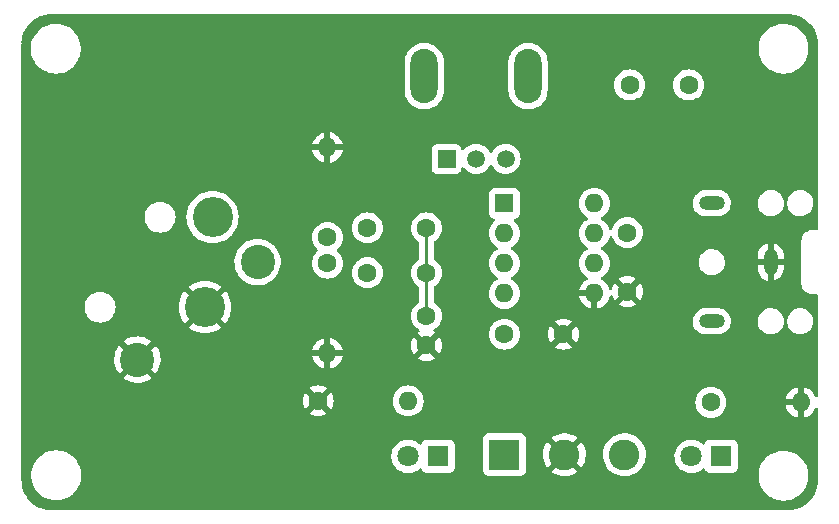
<source format=gbl>
%TF.GenerationSoftware,KiCad,Pcbnew,(6.0.7-1)-1*%
%TF.CreationDate,2022-08-15T15:43:09-06:00*%
%TF.ProjectId,mic_preamp,6d69635f-7072-4656-916d-702e6b696361,1*%
%TF.SameCoordinates,Original*%
%TF.FileFunction,Copper,L2,Bot*%
%TF.FilePolarity,Positive*%
%FSLAX46Y46*%
G04 Gerber Fmt 4.6, Leading zero omitted, Abs format (unit mm)*
G04 Created by KiCad (PCBNEW (6.0.7-1)-1) date 2022-08-15 15:43:09*
%MOMM*%
%LPD*%
G01*
G04 APERTURE LIST*
%TA.AperFunction,ComponentPad*%
%ADD10C,1.600000*%
%TD*%
%TA.AperFunction,ComponentPad*%
%ADD11O,1.600000X1.600000*%
%TD*%
%TA.AperFunction,WasherPad*%
%ADD12O,2.300000X4.600000*%
%TD*%
%TA.AperFunction,ComponentPad*%
%ADD13R,1.508000X1.508000*%
%TD*%
%TA.AperFunction,ComponentPad*%
%ADD14C,1.508000*%
%TD*%
%TA.AperFunction,ComponentPad*%
%ADD15O,2.200000X1.200000*%
%TD*%
%TA.AperFunction,ComponentPad*%
%ADD16O,1.200000X2.200000*%
%TD*%
%TA.AperFunction,ComponentPad*%
%ADD17C,3.400000*%
%TD*%
%TA.AperFunction,ComponentPad*%
%ADD18C,2.900000*%
%TD*%
%TA.AperFunction,ComponentPad*%
%ADD19R,2.600000X2.600000*%
%TD*%
%TA.AperFunction,ComponentPad*%
%ADD20C,2.600000*%
%TD*%
%TA.AperFunction,ComponentPad*%
%ADD21R,1.800000X1.800000*%
%TD*%
%TA.AperFunction,ComponentPad*%
%ADD22C,1.800000*%
%TD*%
%TA.AperFunction,ComponentPad*%
%ADD23R,1.600000X1.600000*%
%TD*%
%TA.AperFunction,Conductor*%
%ADD24C,0.250000*%
%TD*%
G04 APERTURE END LIST*
D10*
X131625000Y-110250000D03*
D11*
X139245000Y-110250000D03*
D12*
X140600000Y-82750000D03*
X149400000Y-82750000D03*
D13*
X142500000Y-89750000D03*
D14*
X145000000Y-89750000D03*
X147500000Y-89750000D03*
D15*
X164950000Y-103500000D03*
D16*
X169950000Y-98500000D03*
D15*
X164950000Y-93500000D03*
D17*
X122050000Y-102310000D03*
X122685000Y-94690000D03*
D18*
X126500000Y-98500000D03*
X116330000Y-106750000D03*
D10*
X158000000Y-83500000D03*
X163000000Y-83500000D03*
D19*
X147400000Y-114805000D03*
D20*
X152480000Y-114805000D03*
X157560000Y-114805000D03*
D10*
X135800000Y-95600000D03*
X140800000Y-95600000D03*
X132416000Y-98590000D03*
D11*
X132416000Y-106210000D03*
D10*
X147400000Y-104600000D03*
X152400000Y-104600000D03*
X164875000Y-110375000D03*
D11*
X172495000Y-110375000D03*
D21*
X165750000Y-114950000D03*
D22*
X163210000Y-114950000D03*
D10*
X132416000Y-96410000D03*
D11*
X132416000Y-88790000D03*
D10*
X140800000Y-99400000D03*
X135800000Y-99400000D03*
D21*
X141775000Y-114950000D03*
D22*
X139235000Y-114950000D03*
D10*
X157800000Y-96000000D03*
X157800000Y-101000000D03*
X140800000Y-105550000D03*
X140800000Y-103050000D03*
D23*
X147400000Y-93520000D03*
D11*
X147400000Y-96060000D03*
X147400000Y-98600000D03*
X147400000Y-101140000D03*
X155020000Y-101140000D03*
X155020000Y-98600000D03*
X155020000Y-96060000D03*
X155020000Y-93520000D03*
D24*
X140800000Y-95600000D02*
X140800000Y-99400000D01*
X140800000Y-99400000D02*
X140800000Y-103050000D01*
%TA.AperFunction,Conductor*%
G36*
X171420018Y-77510000D02*
G01*
X171434851Y-77512310D01*
X171434855Y-77512310D01*
X171443724Y-77513691D01*
X171460923Y-77511442D01*
X171484863Y-77510609D01*
X171742710Y-77526206D01*
X171757814Y-77528040D01*
X171829786Y-77541229D01*
X172038760Y-77579525D01*
X172053526Y-77583164D01*
X172326231Y-77668142D01*
X172340445Y-77673534D01*
X172558223Y-77771547D01*
X172600906Y-77790757D01*
X172614379Y-77797828D01*
X172858813Y-77945595D01*
X172871334Y-77954238D01*
X173096171Y-78130385D01*
X173107560Y-78140475D01*
X173309525Y-78342440D01*
X173319615Y-78353829D01*
X173495762Y-78578666D01*
X173504405Y-78591187D01*
X173652172Y-78835621D01*
X173659242Y-78849092D01*
X173776466Y-79109555D01*
X173781858Y-79123769D01*
X173805840Y-79200732D01*
X173866836Y-79396473D01*
X173870475Y-79411240D01*
X173881148Y-79469476D01*
X173921960Y-79692186D01*
X173923794Y-79707290D01*
X173938953Y-79957904D01*
X173937692Y-79984716D01*
X173937690Y-79984852D01*
X173936309Y-79993724D01*
X173937473Y-80002626D01*
X173937473Y-80002628D01*
X173938636Y-80011522D01*
X173939705Y-80019690D01*
X173940436Y-80025283D01*
X173941500Y-80041621D01*
X173941500Y-95665500D01*
X173921498Y-95733621D01*
X173867842Y-95780114D01*
X173815500Y-95791500D01*
X173503250Y-95791500D01*
X173482345Y-95789754D01*
X173467344Y-95787230D01*
X173467341Y-95787230D01*
X173462552Y-95786424D01*
X173456276Y-95786347D01*
X173454859Y-95786330D01*
X173454856Y-95786330D01*
X173450000Y-95786271D01*
X173434110Y-95788547D01*
X173428606Y-95789211D01*
X173325929Y-95799324D01*
X173271903Y-95804645D01*
X173100650Y-95856594D01*
X173095195Y-95859510D01*
X173095192Y-95859511D01*
X172978357Y-95921961D01*
X172942822Y-95940955D01*
X172804485Y-96054485D01*
X172690955Y-96192822D01*
X172688035Y-96198285D01*
X172611807Y-96340898D01*
X172606594Y-96350650D01*
X172554645Y-96521903D01*
X172554038Y-96528068D01*
X172540504Y-96665482D01*
X172539611Y-96672519D01*
X172536309Y-96693724D01*
X172537115Y-96699888D01*
X172537104Y-96700000D01*
X172537130Y-96700000D01*
X172538803Y-96712796D01*
X172538803Y-96712797D01*
X172540436Y-96725283D01*
X172541500Y-96741620D01*
X172541500Y-100250633D01*
X172540000Y-100270018D01*
X172537690Y-100284851D01*
X172537690Y-100284855D01*
X172536309Y-100293724D01*
X172537130Y-100300000D01*
X172537104Y-100300000D01*
X172537461Y-100303625D01*
X172537461Y-100303630D01*
X172547732Y-100407909D01*
X172554645Y-100478097D01*
X172606594Y-100649350D01*
X172609510Y-100654805D01*
X172609511Y-100654808D01*
X172631661Y-100696247D01*
X172690955Y-100807178D01*
X172804485Y-100945515D01*
X172942822Y-101059045D01*
X172948285Y-101061965D01*
X173095192Y-101140489D01*
X173095195Y-101140490D01*
X173100650Y-101143406D01*
X173271903Y-101195355D01*
X173405677Y-101208531D01*
X173414217Y-101209668D01*
X173426010Y-101211652D01*
X173432656Y-101212770D01*
X173432658Y-101212770D01*
X173437448Y-101213576D01*
X173443724Y-101213652D01*
X173445140Y-101213670D01*
X173445143Y-101213670D01*
X173450000Y-101213729D01*
X173477624Y-101209773D01*
X173495486Y-101208500D01*
X173815500Y-101208500D01*
X173883621Y-101228502D01*
X173930114Y-101282158D01*
X173941500Y-101334500D01*
X173941500Y-109813688D01*
X173921498Y-109881809D01*
X173867842Y-109928302D01*
X173797568Y-109938406D01*
X173732988Y-109908912D01*
X173701305Y-109866938D01*
X173634414Y-109723489D01*
X173628931Y-109713993D01*
X173503972Y-109535533D01*
X173496916Y-109527125D01*
X173342875Y-109373084D01*
X173334467Y-109366028D01*
X173156007Y-109241069D01*
X173146511Y-109235586D01*
X172949053Y-109143510D01*
X172938761Y-109139764D01*
X172766497Y-109093606D01*
X172752401Y-109093942D01*
X172749000Y-109101884D01*
X172749000Y-111642967D01*
X172752973Y-111656498D01*
X172761522Y-111657727D01*
X172938761Y-111610236D01*
X172949053Y-111606490D01*
X173146511Y-111514414D01*
X173156007Y-111508931D01*
X173334467Y-111383972D01*
X173342875Y-111376916D01*
X173496916Y-111222875D01*
X173503972Y-111214467D01*
X173628931Y-111036007D01*
X173634414Y-111026511D01*
X173701305Y-110883062D01*
X173748222Y-110829777D01*
X173816500Y-110810316D01*
X173884460Y-110830858D01*
X173930525Y-110884881D01*
X173941500Y-110936312D01*
X173941500Y-116950633D01*
X173940000Y-116970018D01*
X173937690Y-116984851D01*
X173937690Y-116984855D01*
X173936309Y-116993724D01*
X173938558Y-117010919D01*
X173939391Y-117034863D01*
X173923794Y-117292710D01*
X173921960Y-117307814D01*
X173876150Y-117557799D01*
X173870477Y-117588754D01*
X173866836Y-117603526D01*
X173804807Y-117802586D01*
X173781859Y-117876227D01*
X173776466Y-117890445D01*
X173717376Y-118021740D01*
X173659243Y-118150906D01*
X173652172Y-118164379D01*
X173504405Y-118408813D01*
X173495762Y-118421334D01*
X173353409Y-118603036D01*
X173321187Y-118644165D01*
X173319615Y-118646171D01*
X173309525Y-118657560D01*
X173107560Y-118859525D01*
X173096171Y-118869615D01*
X172871334Y-119045762D01*
X172858813Y-119054405D01*
X172614379Y-119202172D01*
X172600908Y-119209242D01*
X172340445Y-119326466D01*
X172326231Y-119331858D01*
X172053527Y-119416836D01*
X172038760Y-119420475D01*
X171829786Y-119458771D01*
X171757814Y-119471960D01*
X171742710Y-119473794D01*
X171492096Y-119488953D01*
X171465284Y-119487692D01*
X171465148Y-119487690D01*
X171456276Y-119486309D01*
X171447374Y-119487473D01*
X171447372Y-119487473D01*
X171432707Y-119489391D01*
X171424714Y-119490436D01*
X171408379Y-119491500D01*
X109049367Y-119491500D01*
X109029982Y-119490000D01*
X109015149Y-119487690D01*
X109015145Y-119487690D01*
X109006276Y-119486309D01*
X108989077Y-119488558D01*
X108965137Y-119489391D01*
X108707290Y-119473794D01*
X108692186Y-119471960D01*
X108620214Y-119458771D01*
X108411240Y-119420475D01*
X108396473Y-119416836D01*
X108123769Y-119331858D01*
X108109555Y-119326466D01*
X107849092Y-119209242D01*
X107835621Y-119202172D01*
X107591187Y-119054405D01*
X107578666Y-119045762D01*
X107353829Y-118869615D01*
X107342440Y-118859525D01*
X107140475Y-118657560D01*
X107130385Y-118646171D01*
X107128814Y-118644165D01*
X107096591Y-118603036D01*
X106954238Y-118421334D01*
X106945595Y-118408813D01*
X106797828Y-118164379D01*
X106790757Y-118150906D01*
X106732624Y-118021740D01*
X106673534Y-117890445D01*
X106668141Y-117876227D01*
X106645194Y-117802586D01*
X106583164Y-117603526D01*
X106579523Y-117588754D01*
X106573851Y-117557799D01*
X106528040Y-117307814D01*
X106526206Y-117292710D01*
X106511269Y-117045768D01*
X106512520Y-117022216D01*
X106512334Y-117022199D01*
X106512769Y-117017350D01*
X106513576Y-117012552D01*
X106513729Y-117000000D01*
X106509773Y-116972376D01*
X106508500Y-116954514D01*
X106508500Y-116682703D01*
X107340743Y-116682703D01*
X107341302Y-116686947D01*
X107341302Y-116686951D01*
X107346376Y-116725488D01*
X107378268Y-116967734D01*
X107379401Y-116971874D01*
X107379401Y-116971876D01*
X107393346Y-117022851D01*
X107454129Y-117245036D01*
X107455813Y-117248984D01*
X107477709Y-117300317D01*
X107566923Y-117509476D01*
X107584092Y-117538163D01*
X107672152Y-117685300D01*
X107714561Y-117756161D01*
X107894313Y-117980528D01*
X107940820Y-118024661D01*
X108088052Y-118164379D01*
X108102851Y-118178423D01*
X108336317Y-118346186D01*
X108340112Y-118348195D01*
X108340113Y-118348196D01*
X108361869Y-118359715D01*
X108590392Y-118480712D01*
X108860373Y-118579511D01*
X109141264Y-118640755D01*
X109169841Y-118643004D01*
X109364282Y-118658307D01*
X109364291Y-118658307D01*
X109366739Y-118658500D01*
X109522271Y-118658500D01*
X109524407Y-118658354D01*
X109524418Y-118658354D01*
X109732548Y-118644165D01*
X109732554Y-118644164D01*
X109736825Y-118643873D01*
X109741020Y-118643004D01*
X109741022Y-118643004D01*
X109877583Y-118614724D01*
X110018342Y-118585574D01*
X110289343Y-118489607D01*
X110518780Y-118371186D01*
X110541005Y-118359715D01*
X110541006Y-118359715D01*
X110544812Y-118357750D01*
X110548313Y-118355289D01*
X110548317Y-118355287D01*
X110740947Y-118219904D01*
X110780023Y-118192441D01*
X110858403Y-118119606D01*
X110987479Y-117999661D01*
X110987481Y-117999658D01*
X110990622Y-117996740D01*
X111172713Y-117774268D01*
X111322927Y-117529142D01*
X111434934Y-117273984D01*
X111436757Y-117269830D01*
X111438483Y-117265898D01*
X111517244Y-116989406D01*
X111554193Y-116729784D01*
X111557146Y-116709036D01*
X111557146Y-116709034D01*
X111557335Y-116707703D01*
X168915743Y-116707703D01*
X168953268Y-116992734D01*
X168954401Y-116996874D01*
X168954401Y-116996876D01*
X168963853Y-117031425D01*
X169029129Y-117270036D01*
X169030813Y-117273984D01*
X169131260Y-117509476D01*
X169141923Y-117534476D01*
X169153693Y-117554142D01*
X169285436Y-117774268D01*
X169289561Y-117781161D01*
X169469313Y-118005528D01*
X169484239Y-118019692D01*
X169622510Y-118150906D01*
X169677851Y-118203423D01*
X169911317Y-118371186D01*
X169915112Y-118373195D01*
X169915113Y-118373196D01*
X169936869Y-118384715D01*
X170165392Y-118505712D01*
X170189699Y-118514607D01*
X170379718Y-118584144D01*
X170435373Y-118604511D01*
X170716264Y-118665755D01*
X170744841Y-118668004D01*
X170939282Y-118683307D01*
X170939291Y-118683307D01*
X170941739Y-118683500D01*
X171097271Y-118683500D01*
X171099407Y-118683354D01*
X171099418Y-118683354D01*
X171307548Y-118669165D01*
X171307554Y-118669164D01*
X171311825Y-118668873D01*
X171316020Y-118668004D01*
X171316022Y-118668004D01*
X171452583Y-118639724D01*
X171593342Y-118610574D01*
X171864343Y-118514607D01*
X172119812Y-118382750D01*
X172123313Y-118380289D01*
X172123317Y-118380287D01*
X172237417Y-118300096D01*
X172355023Y-118217441D01*
X172565622Y-118021740D01*
X172747713Y-117799268D01*
X172897927Y-117554142D01*
X173013483Y-117290898D01*
X173020605Y-117265898D01*
X173091068Y-117018534D01*
X173092244Y-117014406D01*
X173132751Y-116729784D01*
X173132845Y-116711951D01*
X173134235Y-116446583D01*
X173134235Y-116446576D01*
X173134257Y-116442297D01*
X173130730Y-116415502D01*
X173105837Y-116226427D01*
X173096732Y-116157266D01*
X173020871Y-115879964D01*
X172976118Y-115775042D01*
X172909763Y-115619476D01*
X172909761Y-115619472D01*
X172908077Y-115615524D01*
X172791522Y-115420775D01*
X172762643Y-115372521D01*
X172762640Y-115372517D01*
X172760439Y-115368839D01*
X172580687Y-115144472D01*
X172372149Y-114946577D01*
X172138683Y-114778814D01*
X172116843Y-114767250D01*
X172087670Y-114751804D01*
X171884608Y-114644288D01*
X171614627Y-114545489D01*
X171333736Y-114484245D01*
X171302685Y-114481801D01*
X171110718Y-114466693D01*
X171110709Y-114466693D01*
X171108261Y-114466500D01*
X170952729Y-114466500D01*
X170950593Y-114466646D01*
X170950582Y-114466646D01*
X170742452Y-114480835D01*
X170742446Y-114480836D01*
X170738175Y-114481127D01*
X170733980Y-114481996D01*
X170733978Y-114481996D01*
X170672464Y-114494735D01*
X170456658Y-114539426D01*
X170185657Y-114635393D01*
X170181848Y-114637359D01*
X169951363Y-114756321D01*
X169930188Y-114767250D01*
X169926687Y-114769711D01*
X169926683Y-114769713D01*
X169812583Y-114849904D01*
X169694977Y-114932559D01*
X169679892Y-114946577D01*
X169490239Y-115122814D01*
X169484378Y-115128260D01*
X169302287Y-115350732D01*
X169152073Y-115595858D01*
X169150347Y-115599791D01*
X169150346Y-115599792D01*
X169038333Y-115854964D01*
X169036517Y-115859102D01*
X169035342Y-115863229D01*
X169035341Y-115863230D01*
X169031022Y-115878393D01*
X168957756Y-116135594D01*
X168928239Y-116342995D01*
X168917983Y-116415062D01*
X168917249Y-116420216D01*
X168917227Y-116424505D01*
X168917226Y-116424512D01*
X168915765Y-116703417D01*
X168915743Y-116707703D01*
X111557335Y-116707703D01*
X111557751Y-116704784D01*
X111557845Y-116686951D01*
X111559235Y-116421583D01*
X111559235Y-116421576D01*
X111559257Y-116417297D01*
X111521732Y-116132266D01*
X111509704Y-116088297D01*
X111454133Y-115885165D01*
X111445871Y-115854964D01*
X111365313Y-115666100D01*
X111334763Y-115594476D01*
X111334761Y-115594472D01*
X111333077Y-115590524D01*
X111205542Y-115377428D01*
X111187643Y-115347521D01*
X111187640Y-115347517D01*
X111185439Y-115343839D01*
X111005687Y-115119472D01*
X110797149Y-114921577D01*
X110788649Y-114915469D01*
X137822095Y-114915469D01*
X137822392Y-114920622D01*
X137822392Y-114920625D01*
X137833114Y-115106579D01*
X137835427Y-115146697D01*
X137836564Y-115151743D01*
X137836565Y-115151749D01*
X137842261Y-115177022D01*
X137886346Y-115372642D01*
X137888288Y-115377424D01*
X137888289Y-115377428D01*
X137971540Y-115582450D01*
X137973484Y-115587237D01*
X138026682Y-115674048D01*
X138091261Y-115779431D01*
X138094501Y-115784719D01*
X138246147Y-115959784D01*
X138398785Y-116086507D01*
X138413268Y-116098530D01*
X138424349Y-116107730D01*
X138624322Y-116224584D01*
X138840694Y-116307209D01*
X138845760Y-116308240D01*
X138845761Y-116308240D01*
X138898846Y-116319040D01*
X139067656Y-116353385D01*
X139197089Y-116358131D01*
X139293949Y-116361683D01*
X139293953Y-116361683D01*
X139299113Y-116361872D01*
X139304233Y-116361216D01*
X139304235Y-116361216D01*
X139378478Y-116351705D01*
X139528847Y-116332442D01*
X139533795Y-116330957D01*
X139533802Y-116330956D01*
X139745747Y-116267369D01*
X139750690Y-116265886D01*
X139780062Y-116251497D01*
X139954049Y-116166262D01*
X139954052Y-116166260D01*
X139958684Y-116163991D01*
X140147243Y-116029494D01*
X140192309Y-115984585D01*
X140254681Y-115950669D01*
X140325487Y-115955857D01*
X140382249Y-115998503D01*
X140399231Y-116029607D01*
X140424385Y-116096705D01*
X140511739Y-116213261D01*
X140628295Y-116300615D01*
X140764684Y-116351745D01*
X140826866Y-116358500D01*
X142723134Y-116358500D01*
X142785316Y-116351745D01*
X142921705Y-116300615D01*
X143038261Y-116213261D01*
X143083324Y-116153134D01*
X145591500Y-116153134D01*
X145598255Y-116215316D01*
X145649385Y-116351705D01*
X145736739Y-116468261D01*
X145853295Y-116555615D01*
X145989684Y-116606745D01*
X146051866Y-116613500D01*
X148748134Y-116613500D01*
X148810316Y-116606745D01*
X148946705Y-116555615D01*
X149063261Y-116468261D01*
X149150615Y-116351705D01*
X149188778Y-116249906D01*
X151399839Y-116249906D01*
X151408553Y-116261427D01*
X151515452Y-116339809D01*
X151523351Y-116344745D01*
X151752905Y-116465519D01*
X151761454Y-116469236D01*
X152006327Y-116554749D01*
X152015336Y-116557163D01*
X152270166Y-116605544D01*
X152279423Y-116606598D01*
X152538607Y-116616783D01*
X152547921Y-116616457D01*
X152805753Y-116588220D01*
X152814930Y-116586519D01*
X153065758Y-116520481D01*
X153074574Y-116517445D01*
X153312880Y-116415062D01*
X153321167Y-116410748D01*
X153541718Y-116274266D01*
X153549268Y-116268780D01*
X153554559Y-116264301D01*
X153562997Y-116251497D01*
X153556935Y-116241145D01*
X152492812Y-115177022D01*
X152478868Y-115169408D01*
X152477035Y-115169539D01*
X152470420Y-115173790D01*
X151406497Y-116237713D01*
X151399839Y-116249906D01*
X149188778Y-116249906D01*
X149201745Y-116215316D01*
X149208500Y-116153134D01*
X149208500Y-114762211D01*
X150667775Y-114762211D01*
X150680220Y-115021288D01*
X150681356Y-115030543D01*
X150731961Y-115284945D01*
X150734449Y-115293917D01*
X150822095Y-115538033D01*
X150825895Y-115546568D01*
X150948658Y-115775042D01*
X150953666Y-115782904D01*
X151023720Y-115876716D01*
X151034979Y-115885165D01*
X151047397Y-115878393D01*
X152107978Y-114817812D01*
X152114356Y-114806132D01*
X152844408Y-114806132D01*
X152844539Y-114807965D01*
X152848790Y-114814580D01*
X153916094Y-115881884D01*
X153928474Y-115888644D01*
X153936815Y-115882400D01*
X154070832Y-115674048D01*
X154075275Y-115665864D01*
X154181807Y-115429370D01*
X154184997Y-115420605D01*
X154255402Y-115170972D01*
X154257262Y-115161830D01*
X154290187Y-114903019D01*
X154290668Y-114896733D01*
X154292987Y-114808160D01*
X154292836Y-114801851D01*
X154289542Y-114757526D01*
X155747050Y-114757526D01*
X155747274Y-114762192D01*
X155747274Y-114762197D01*
X155749946Y-114817812D01*
X155759947Y-115026019D01*
X155812388Y-115289656D01*
X155903220Y-115542646D01*
X155905432Y-115546762D01*
X155905433Y-115546765D01*
X155969428Y-115665864D01*
X156030450Y-115779431D01*
X156033241Y-115783168D01*
X156033245Y-115783175D01*
X156120443Y-115899947D01*
X156191281Y-115994810D01*
X156194590Y-115998090D01*
X156194595Y-115998096D01*
X156361945Y-116163991D01*
X156382180Y-116184050D01*
X156385942Y-116186808D01*
X156385945Y-116186811D01*
X156493790Y-116265886D01*
X156598954Y-116342995D01*
X156603089Y-116345171D01*
X156603093Y-116345173D01*
X156832698Y-116465975D01*
X156836840Y-116468154D01*
X157090613Y-116556775D01*
X157095206Y-116557647D01*
X157350109Y-116606042D01*
X157350112Y-116606042D01*
X157354698Y-116606913D01*
X157482370Y-116611929D01*
X157618625Y-116617283D01*
X157618630Y-116617283D01*
X157623293Y-116617466D01*
X157727607Y-116606042D01*
X157885844Y-116588713D01*
X157885850Y-116588712D01*
X157890497Y-116588203D01*
X157895021Y-116587012D01*
X158145918Y-116520956D01*
X158145920Y-116520955D01*
X158150441Y-116519765D01*
X158257795Y-116473642D01*
X158393120Y-116415502D01*
X158393122Y-116415501D01*
X158397414Y-116413657D01*
X158516751Y-116339809D01*
X158622017Y-116274669D01*
X158622021Y-116274666D01*
X158625990Y-116272210D01*
X158831149Y-116098530D01*
X159008382Y-115896434D01*
X159015631Y-115885165D01*
X159151269Y-115674291D01*
X159153797Y-115670361D01*
X159264199Y-115425278D01*
X159279078Y-115372521D01*
X159335893Y-115171072D01*
X159335894Y-115171069D01*
X159337163Y-115166568D01*
X159355043Y-115026019D01*
X159369107Y-114915469D01*
X161797095Y-114915469D01*
X161797392Y-114920622D01*
X161797392Y-114920625D01*
X161808114Y-115106579D01*
X161810427Y-115146697D01*
X161811564Y-115151743D01*
X161811565Y-115151749D01*
X161817261Y-115177022D01*
X161861346Y-115372642D01*
X161863288Y-115377424D01*
X161863289Y-115377428D01*
X161946540Y-115582450D01*
X161948484Y-115587237D01*
X162001682Y-115674048D01*
X162066261Y-115779431D01*
X162069501Y-115784719D01*
X162221147Y-115959784D01*
X162373785Y-116086507D01*
X162388268Y-116098530D01*
X162399349Y-116107730D01*
X162599322Y-116224584D01*
X162815694Y-116307209D01*
X162820760Y-116308240D01*
X162820761Y-116308240D01*
X162873846Y-116319040D01*
X163042656Y-116353385D01*
X163172089Y-116358131D01*
X163268949Y-116361683D01*
X163268953Y-116361683D01*
X163274113Y-116361872D01*
X163279233Y-116361216D01*
X163279235Y-116361216D01*
X163353478Y-116351705D01*
X163503847Y-116332442D01*
X163508795Y-116330957D01*
X163508802Y-116330956D01*
X163720747Y-116267369D01*
X163725690Y-116265886D01*
X163755062Y-116251497D01*
X163929049Y-116166262D01*
X163929052Y-116166260D01*
X163933684Y-116163991D01*
X164122243Y-116029494D01*
X164167309Y-115984585D01*
X164229681Y-115950669D01*
X164300487Y-115955857D01*
X164357249Y-115998503D01*
X164374231Y-116029607D01*
X164399385Y-116096705D01*
X164486739Y-116213261D01*
X164603295Y-116300615D01*
X164739684Y-116351745D01*
X164801866Y-116358500D01*
X166698134Y-116358500D01*
X166760316Y-116351745D01*
X166896705Y-116300615D01*
X167013261Y-116213261D01*
X167100615Y-116096705D01*
X167151745Y-115960316D01*
X167158500Y-115898134D01*
X167158500Y-114001866D01*
X167151745Y-113939684D01*
X167100615Y-113803295D01*
X167013261Y-113686739D01*
X166896705Y-113599385D01*
X166760316Y-113548255D01*
X166698134Y-113541500D01*
X164801866Y-113541500D01*
X164739684Y-113548255D01*
X164603295Y-113599385D01*
X164486739Y-113686739D01*
X164399385Y-113803295D01*
X164396233Y-113811703D01*
X164396232Y-113811705D01*
X164375538Y-113866906D01*
X164332897Y-113923671D01*
X164266335Y-113948371D01*
X164196986Y-113933164D01*
X164174167Y-113916666D01*
X164173887Y-113916358D01*
X164041373Y-113811705D01*
X163996177Y-113776011D01*
X163996172Y-113776008D01*
X163992123Y-113772810D01*
X163987607Y-113770317D01*
X163987604Y-113770315D01*
X163793879Y-113663373D01*
X163793875Y-113663371D01*
X163789355Y-113660876D01*
X163784486Y-113659152D01*
X163784482Y-113659150D01*
X163575903Y-113585288D01*
X163575899Y-113585287D01*
X163571028Y-113583562D01*
X163565935Y-113582655D01*
X163565932Y-113582654D01*
X163348095Y-113543851D01*
X163348089Y-113543850D01*
X163343006Y-113542945D01*
X163270096Y-113542054D01*
X163116581Y-113540179D01*
X163116579Y-113540179D01*
X163111411Y-113540116D01*
X162882464Y-113575150D01*
X162662314Y-113647106D01*
X162657726Y-113649494D01*
X162657722Y-113649496D01*
X162461461Y-113751663D01*
X162456872Y-113754052D01*
X162452739Y-113757155D01*
X162452736Y-113757157D01*
X162275790Y-113890012D01*
X162271655Y-113893117D01*
X162268083Y-113896855D01*
X162182711Y-113986192D01*
X162111639Y-114060564D01*
X161981119Y-114251899D01*
X161883602Y-114461981D01*
X161821707Y-114685169D01*
X161797095Y-114915469D01*
X159369107Y-114915469D01*
X159370688Y-114903045D01*
X159370688Y-114903041D01*
X159371086Y-114899915D01*
X159371170Y-114896733D01*
X159372477Y-114846779D01*
X159373571Y-114805000D01*
X159353650Y-114536937D01*
X159350262Y-114521964D01*
X159295361Y-114279331D01*
X159295360Y-114279326D01*
X159294327Y-114274763D01*
X159196902Y-114024238D01*
X159063518Y-113790864D01*
X159049286Y-113772810D01*
X158961044Y-113660876D01*
X158897105Y-113579769D01*
X158701317Y-113395591D01*
X158503407Y-113258295D01*
X158484299Y-113245039D01*
X158484296Y-113245037D01*
X158480457Y-113242374D01*
X158438770Y-113221816D01*
X158243564Y-113125551D01*
X158243561Y-113125550D01*
X158239376Y-113123486D01*
X158193207Y-113108707D01*
X158013657Y-113051233D01*
X157983370Y-113041538D01*
X157978763Y-113040788D01*
X157978760Y-113040787D01*
X157765337Y-113006029D01*
X157718063Y-112998330D01*
X157587719Y-112996624D01*
X157453961Y-112994873D01*
X157453958Y-112994873D01*
X157449284Y-112994812D01*
X157182937Y-113031060D01*
X157178451Y-113032368D01*
X157178449Y-113032368D01*
X157113726Y-113051233D01*
X156924874Y-113106278D01*
X156680763Y-113218815D01*
X156676854Y-113221378D01*
X156459881Y-113363631D01*
X156459876Y-113363635D01*
X156455968Y-113366197D01*
X156452476Y-113369314D01*
X156259145Y-113541869D01*
X156255426Y-113545188D01*
X156083544Y-113751854D01*
X155944096Y-113981656D01*
X155942287Y-113985970D01*
X155942285Y-113985974D01*
X155926240Y-114024238D01*
X155840148Y-114229545D01*
X155773981Y-114490077D01*
X155747050Y-114757526D01*
X154289542Y-114757526D01*
X154273501Y-114541663D01*
X154272125Y-114532457D01*
X154214878Y-114279467D01*
X154212154Y-114270556D01*
X154118143Y-114028806D01*
X154114132Y-114020397D01*
X153985422Y-113795202D01*
X153980211Y-113787476D01*
X153936996Y-113732658D01*
X153925071Y-113724187D01*
X153913537Y-113730673D01*
X152852022Y-114792188D01*
X152844408Y-114806132D01*
X152114356Y-114806132D01*
X152115592Y-114803868D01*
X152115461Y-114802035D01*
X152111210Y-114795420D01*
X151045816Y-113730026D01*
X151032507Y-113722758D01*
X151022472Y-113729878D01*
X151006937Y-113748556D01*
X151001531Y-113756135D01*
X150866965Y-113977891D01*
X150862736Y-113986192D01*
X150762432Y-114225389D01*
X150759471Y-114234239D01*
X150695628Y-114485625D01*
X150694006Y-114494822D01*
X150668020Y-114752885D01*
X150667775Y-114762211D01*
X149208500Y-114762211D01*
X149208500Y-113456866D01*
X149201745Y-113394684D01*
X149187876Y-113357689D01*
X151397102Y-113357689D01*
X151401675Y-113367465D01*
X152467188Y-114432978D01*
X152481132Y-114440592D01*
X152482965Y-114440461D01*
X152489580Y-114436210D01*
X153554349Y-113371441D01*
X153560733Y-113359751D01*
X153551321Y-113347641D01*
X153404045Y-113245471D01*
X153396010Y-113240738D01*
X153163376Y-113126016D01*
X153154743Y-113122528D01*
X152907703Y-113043450D01*
X152898643Y-113041274D01*
X152642630Y-112999580D01*
X152633343Y-112998768D01*
X152373992Y-112995373D01*
X152364681Y-112995943D01*
X152107682Y-113030919D01*
X152098546Y-113032860D01*
X151849543Y-113105439D01*
X151840800Y-113108707D01*
X151605252Y-113217296D01*
X151597097Y-113221816D01*
X151406240Y-113346947D01*
X151397102Y-113357689D01*
X149187876Y-113357689D01*
X149150615Y-113258295D01*
X149063261Y-113141739D01*
X148946705Y-113054385D01*
X148810316Y-113003255D01*
X148748134Y-112996500D01*
X146051866Y-112996500D01*
X145989684Y-113003255D01*
X145853295Y-113054385D01*
X145736739Y-113141739D01*
X145649385Y-113258295D01*
X145598255Y-113394684D01*
X145591500Y-113456866D01*
X145591500Y-116153134D01*
X143083324Y-116153134D01*
X143125615Y-116096705D01*
X143176745Y-115960316D01*
X143183500Y-115898134D01*
X143183500Y-114001866D01*
X143176745Y-113939684D01*
X143125615Y-113803295D01*
X143038261Y-113686739D01*
X142921705Y-113599385D01*
X142785316Y-113548255D01*
X142723134Y-113541500D01*
X140826866Y-113541500D01*
X140764684Y-113548255D01*
X140628295Y-113599385D01*
X140511739Y-113686739D01*
X140424385Y-113803295D01*
X140421233Y-113811703D01*
X140421232Y-113811705D01*
X140400538Y-113866906D01*
X140357897Y-113923671D01*
X140291335Y-113948371D01*
X140221986Y-113933164D01*
X140199167Y-113916666D01*
X140198887Y-113916358D01*
X140066373Y-113811705D01*
X140021177Y-113776011D01*
X140021172Y-113776008D01*
X140017123Y-113772810D01*
X140012607Y-113770317D01*
X140012604Y-113770315D01*
X139818879Y-113663373D01*
X139818875Y-113663371D01*
X139814355Y-113660876D01*
X139809486Y-113659152D01*
X139809482Y-113659150D01*
X139600903Y-113585288D01*
X139600899Y-113585287D01*
X139596028Y-113583562D01*
X139590935Y-113582655D01*
X139590932Y-113582654D01*
X139373095Y-113543851D01*
X139373089Y-113543850D01*
X139368006Y-113542945D01*
X139295096Y-113542054D01*
X139141581Y-113540179D01*
X139141579Y-113540179D01*
X139136411Y-113540116D01*
X138907464Y-113575150D01*
X138687314Y-113647106D01*
X138682726Y-113649494D01*
X138682722Y-113649496D01*
X138486461Y-113751663D01*
X138481872Y-113754052D01*
X138477739Y-113757155D01*
X138477736Y-113757157D01*
X138300790Y-113890012D01*
X138296655Y-113893117D01*
X138293083Y-113896855D01*
X138207711Y-113986192D01*
X138136639Y-114060564D01*
X138006119Y-114251899D01*
X137908602Y-114461981D01*
X137846707Y-114685169D01*
X137822095Y-114915469D01*
X110788649Y-114915469D01*
X110563683Y-114753814D01*
X110541843Y-114742250D01*
X110434035Y-114685169D01*
X110309608Y-114619288D01*
X110174617Y-114569888D01*
X110043658Y-114521964D01*
X110043656Y-114521963D01*
X110039627Y-114520489D01*
X109758736Y-114459245D01*
X109727685Y-114456801D01*
X109535718Y-114441693D01*
X109535709Y-114441693D01*
X109533261Y-114441500D01*
X109377729Y-114441500D01*
X109375593Y-114441646D01*
X109375582Y-114441646D01*
X109167452Y-114455835D01*
X109167446Y-114455836D01*
X109163175Y-114456127D01*
X109158980Y-114456996D01*
X109158978Y-114456996D01*
X109029020Y-114483909D01*
X108881658Y-114514426D01*
X108610657Y-114610393D01*
X108355188Y-114742250D01*
X108351687Y-114744711D01*
X108351683Y-114744713D01*
X108252273Y-114814580D01*
X108119977Y-114907559D01*
X108104892Y-114921577D01*
X107997525Y-115021349D01*
X107909378Y-115103260D01*
X107727287Y-115325732D01*
X107577073Y-115570858D01*
X107575347Y-115574791D01*
X107575346Y-115574792D01*
X107483991Y-115782904D01*
X107461517Y-115834102D01*
X107460342Y-115838229D01*
X107460341Y-115838230D01*
X107442309Y-115901531D01*
X107382756Y-116110594D01*
X107355264Y-116303767D01*
X107348831Y-116348971D01*
X107342249Y-116395216D01*
X107342227Y-116399505D01*
X107342226Y-116399512D01*
X107340765Y-116678417D01*
X107340743Y-116682703D01*
X106508500Y-116682703D01*
X106508500Y-111336062D01*
X130903493Y-111336062D01*
X130912789Y-111348077D01*
X130963994Y-111383931D01*
X130973489Y-111389414D01*
X131170947Y-111481490D01*
X131181239Y-111485236D01*
X131391688Y-111541625D01*
X131402481Y-111543528D01*
X131619525Y-111562517D01*
X131630475Y-111562517D01*
X131847519Y-111543528D01*
X131858312Y-111541625D01*
X132068761Y-111485236D01*
X132079053Y-111481490D01*
X132276511Y-111389414D01*
X132286006Y-111383931D01*
X132338048Y-111347491D01*
X132346424Y-111337012D01*
X132339356Y-111323566D01*
X131637812Y-110622022D01*
X131623868Y-110614408D01*
X131622035Y-110614539D01*
X131615420Y-110618790D01*
X130909923Y-111324287D01*
X130903493Y-111336062D01*
X106508500Y-111336062D01*
X106508500Y-110255475D01*
X130312483Y-110255475D01*
X130331472Y-110472519D01*
X130333375Y-110483312D01*
X130389764Y-110693761D01*
X130393510Y-110704053D01*
X130485586Y-110901511D01*
X130491069Y-110911006D01*
X130527509Y-110963048D01*
X130537988Y-110971424D01*
X130551434Y-110964356D01*
X131252978Y-110262812D01*
X131259356Y-110251132D01*
X131989408Y-110251132D01*
X131989539Y-110252965D01*
X131993790Y-110259580D01*
X132699287Y-110965077D01*
X132711062Y-110971507D01*
X132723077Y-110962211D01*
X132758931Y-110911006D01*
X132764414Y-110901511D01*
X132856490Y-110704053D01*
X132860236Y-110693761D01*
X132916625Y-110483312D01*
X132918528Y-110472519D01*
X132937517Y-110255475D01*
X132937517Y-110250000D01*
X137931502Y-110250000D01*
X137951457Y-110478087D01*
X137952881Y-110483400D01*
X137952881Y-110483402D01*
X137995250Y-110641522D01*
X138010716Y-110699243D01*
X138013039Y-110704224D01*
X138013039Y-110704225D01*
X138105151Y-110901762D01*
X138105154Y-110901767D01*
X138107477Y-110906749D01*
X138238802Y-111094300D01*
X138400700Y-111256198D01*
X138405208Y-111259355D01*
X138405211Y-111259357D01*
X138483389Y-111314098D01*
X138588251Y-111387523D01*
X138593233Y-111389846D01*
X138593238Y-111389849D01*
X138789765Y-111481490D01*
X138795757Y-111484284D01*
X138801065Y-111485706D01*
X138801067Y-111485707D01*
X139011598Y-111542119D01*
X139011600Y-111542119D01*
X139016913Y-111543543D01*
X139245000Y-111563498D01*
X139473087Y-111543543D01*
X139478400Y-111542119D01*
X139478402Y-111542119D01*
X139688933Y-111485707D01*
X139688935Y-111485706D01*
X139694243Y-111484284D01*
X139700235Y-111481490D01*
X139896762Y-111389849D01*
X139896767Y-111389846D01*
X139901749Y-111387523D01*
X140006611Y-111314098D01*
X140084789Y-111259357D01*
X140084792Y-111259355D01*
X140089300Y-111256198D01*
X140251198Y-111094300D01*
X140382523Y-110906749D01*
X140384846Y-110901767D01*
X140384849Y-110901762D01*
X140476961Y-110704225D01*
X140476961Y-110704224D01*
X140479284Y-110699243D01*
X140494751Y-110641522D01*
X140537119Y-110483402D01*
X140537119Y-110483400D01*
X140538543Y-110478087D01*
X140547562Y-110375000D01*
X163561502Y-110375000D01*
X163581457Y-110603087D01*
X163582881Y-110608400D01*
X163582881Y-110608402D01*
X163586531Y-110622022D01*
X163640716Y-110824243D01*
X163643039Y-110829224D01*
X163643039Y-110829225D01*
X163735151Y-111026762D01*
X163735154Y-111026767D01*
X163737477Y-111031749D01*
X163868802Y-111219300D01*
X164030700Y-111381198D01*
X164035208Y-111384355D01*
X164035211Y-111384357D01*
X164113389Y-111439098D01*
X164218251Y-111512523D01*
X164223233Y-111514846D01*
X164223238Y-111514849D01*
X164419765Y-111606490D01*
X164425757Y-111609284D01*
X164431065Y-111610706D01*
X164431067Y-111610707D01*
X164641598Y-111667119D01*
X164641600Y-111667119D01*
X164646913Y-111668543D01*
X164875000Y-111688498D01*
X165103087Y-111668543D01*
X165108400Y-111667119D01*
X165108402Y-111667119D01*
X165318933Y-111610707D01*
X165318935Y-111610706D01*
X165324243Y-111609284D01*
X165330235Y-111606490D01*
X165526762Y-111514849D01*
X165526767Y-111514846D01*
X165531749Y-111512523D01*
X165636611Y-111439098D01*
X165714789Y-111384357D01*
X165714792Y-111384355D01*
X165719300Y-111381198D01*
X165881198Y-111219300D01*
X166012523Y-111031749D01*
X166014846Y-111026767D01*
X166014849Y-111026762D01*
X166106961Y-110829225D01*
X166106961Y-110829224D01*
X166109284Y-110824243D01*
X166158245Y-110641522D01*
X171212273Y-110641522D01*
X171259764Y-110818761D01*
X171263510Y-110829053D01*
X171355586Y-111026511D01*
X171361069Y-111036007D01*
X171486028Y-111214467D01*
X171493084Y-111222875D01*
X171647125Y-111376916D01*
X171655533Y-111383972D01*
X171833993Y-111508931D01*
X171843489Y-111514414D01*
X172040947Y-111606490D01*
X172051239Y-111610236D01*
X172223503Y-111656394D01*
X172237599Y-111656058D01*
X172241000Y-111648116D01*
X172241000Y-110647115D01*
X172236525Y-110631876D01*
X172235135Y-110630671D01*
X172227452Y-110629000D01*
X171227033Y-110629000D01*
X171213502Y-110632973D01*
X171212273Y-110641522D01*
X166158245Y-110641522D01*
X166163470Y-110622022D01*
X166167119Y-110608402D01*
X166167119Y-110608400D01*
X166168543Y-110603087D01*
X166188498Y-110375000D01*
X166168543Y-110146913D01*
X166160028Y-110115135D01*
X166156911Y-110103503D01*
X171213606Y-110103503D01*
X171213942Y-110117599D01*
X171221884Y-110121000D01*
X172222885Y-110121000D01*
X172238124Y-110116525D01*
X172239329Y-110115135D01*
X172241000Y-110107452D01*
X172241000Y-109107033D01*
X172237027Y-109093502D01*
X172228478Y-109092273D01*
X172051239Y-109139764D01*
X172040947Y-109143510D01*
X171843489Y-109235586D01*
X171833993Y-109241069D01*
X171655533Y-109366028D01*
X171647125Y-109373084D01*
X171493084Y-109527125D01*
X171486028Y-109535533D01*
X171361069Y-109713993D01*
X171355586Y-109723489D01*
X171263510Y-109920947D01*
X171259764Y-109931239D01*
X171213606Y-110103503D01*
X166156911Y-110103503D01*
X166110707Y-109931067D01*
X166110706Y-109931065D01*
X166109284Y-109925757D01*
X166088512Y-109881210D01*
X166014849Y-109723238D01*
X166014846Y-109723233D01*
X166012523Y-109718251D01*
X165881198Y-109530700D01*
X165719300Y-109368802D01*
X165714792Y-109365645D01*
X165714789Y-109365643D01*
X165546347Y-109247699D01*
X165531749Y-109237477D01*
X165526767Y-109235154D01*
X165526762Y-109235151D01*
X165329225Y-109143039D01*
X165329224Y-109143039D01*
X165324243Y-109140716D01*
X165318935Y-109139294D01*
X165318933Y-109139293D01*
X165108402Y-109082881D01*
X165108400Y-109082881D01*
X165103087Y-109081457D01*
X164875000Y-109061502D01*
X164646913Y-109081457D01*
X164641600Y-109082881D01*
X164641598Y-109082881D01*
X164431067Y-109139293D01*
X164431065Y-109139294D01*
X164425757Y-109140716D01*
X164420776Y-109143039D01*
X164420775Y-109143039D01*
X164223238Y-109235151D01*
X164223233Y-109235154D01*
X164218251Y-109237477D01*
X164203653Y-109247699D01*
X164035211Y-109365643D01*
X164035208Y-109365645D01*
X164030700Y-109368802D01*
X163868802Y-109530700D01*
X163737477Y-109718251D01*
X163735154Y-109723233D01*
X163735151Y-109723238D01*
X163661488Y-109881210D01*
X163640716Y-109925757D01*
X163639294Y-109931065D01*
X163639293Y-109931067D01*
X163589972Y-110115135D01*
X163581457Y-110146913D01*
X163561502Y-110375000D01*
X140547562Y-110375000D01*
X140558498Y-110250000D01*
X140538543Y-110021913D01*
X140501002Y-109881809D01*
X140480707Y-109806067D01*
X140480706Y-109806065D01*
X140479284Y-109800757D01*
X140384966Y-109598489D01*
X140384849Y-109598238D01*
X140384846Y-109598233D01*
X140382523Y-109593251D01*
X140251198Y-109405700D01*
X140089300Y-109243802D01*
X140084792Y-109240645D01*
X140084789Y-109240643D01*
X139958920Y-109152509D01*
X139901749Y-109112477D01*
X139896767Y-109110154D01*
X139896762Y-109110151D01*
X139699225Y-109018039D01*
X139699224Y-109018039D01*
X139694243Y-109015716D01*
X139688935Y-109014294D01*
X139688933Y-109014293D01*
X139478402Y-108957881D01*
X139478400Y-108957881D01*
X139473087Y-108956457D01*
X139245000Y-108936502D01*
X139016913Y-108956457D01*
X139011600Y-108957881D01*
X139011598Y-108957881D01*
X138801067Y-109014293D01*
X138801065Y-109014294D01*
X138795757Y-109015716D01*
X138790776Y-109018039D01*
X138790775Y-109018039D01*
X138593238Y-109110151D01*
X138593233Y-109110154D01*
X138588251Y-109112477D01*
X138531080Y-109152509D01*
X138405211Y-109240643D01*
X138405208Y-109240645D01*
X138400700Y-109243802D01*
X138238802Y-109405700D01*
X138107477Y-109593251D01*
X138105154Y-109598233D01*
X138105151Y-109598238D01*
X138105034Y-109598489D01*
X138010716Y-109800757D01*
X138009294Y-109806065D01*
X138009293Y-109806067D01*
X137988998Y-109881809D01*
X137951457Y-110021913D01*
X137931502Y-110250000D01*
X132937517Y-110250000D01*
X132937517Y-110244525D01*
X132918528Y-110027481D01*
X132916625Y-110016688D01*
X132860236Y-109806239D01*
X132856490Y-109795947D01*
X132764414Y-109598489D01*
X132758931Y-109588994D01*
X132722491Y-109536952D01*
X132712012Y-109528576D01*
X132698566Y-109535644D01*
X131997022Y-110237188D01*
X131989408Y-110251132D01*
X131259356Y-110251132D01*
X131260592Y-110248868D01*
X131260461Y-110247035D01*
X131256210Y-110240420D01*
X130550713Y-109534923D01*
X130538938Y-109528493D01*
X130526923Y-109537789D01*
X130491069Y-109588994D01*
X130485586Y-109598489D01*
X130393510Y-109795947D01*
X130389764Y-109806239D01*
X130333375Y-110016688D01*
X130331472Y-110027481D01*
X130312483Y-110244525D01*
X130312483Y-110255475D01*
X106508500Y-110255475D01*
X106508500Y-109162988D01*
X130903576Y-109162988D01*
X130910644Y-109176434D01*
X131612188Y-109877978D01*
X131626132Y-109885592D01*
X131627965Y-109885461D01*
X131634580Y-109881210D01*
X132340077Y-109175713D01*
X132346507Y-109163938D01*
X132337211Y-109151923D01*
X132286006Y-109116069D01*
X132276511Y-109110586D01*
X132079053Y-109018510D01*
X132068761Y-109014764D01*
X131858312Y-108958375D01*
X131847519Y-108956472D01*
X131630475Y-108937483D01*
X131619525Y-108937483D01*
X131402481Y-108956472D01*
X131391688Y-108958375D01*
X131181239Y-109014764D01*
X131170947Y-109018510D01*
X130973489Y-109110586D01*
X130963994Y-109116069D01*
X130911952Y-109152509D01*
X130903576Y-109162988D01*
X106508500Y-109162988D01*
X106508500Y-108303348D01*
X115141819Y-108303348D01*
X115149209Y-108313650D01*
X115197808Y-108353217D01*
X115205084Y-108358330D01*
X115434999Y-108496750D01*
X115442913Y-108500783D01*
X115690048Y-108605431D01*
X115698453Y-108608308D01*
X115957873Y-108677093D01*
X115966585Y-108678755D01*
X116233114Y-108710300D01*
X116241979Y-108710718D01*
X116510278Y-108704395D01*
X116519133Y-108703558D01*
X116783864Y-108659495D01*
X116792498Y-108657422D01*
X117048383Y-108576496D01*
X117056644Y-108573225D01*
X117298567Y-108457055D01*
X117306292Y-108452649D01*
X117511318Y-108315656D01*
X117519606Y-108305738D01*
X117512350Y-108291560D01*
X116342812Y-107122022D01*
X116328868Y-107114408D01*
X116327035Y-107114539D01*
X116320420Y-107118790D01*
X115148985Y-108290225D01*
X115141819Y-108303348D01*
X106508500Y-108303348D01*
X106508500Y-106692793D01*
X114368142Y-106692793D01*
X114378678Y-106960960D01*
X114379653Y-106969789D01*
X114427869Y-107233799D01*
X114430078Y-107242401D01*
X114515012Y-107496979D01*
X114518416Y-107505196D01*
X114638374Y-107745270D01*
X114642893Y-107752910D01*
X114765408Y-107930176D01*
X114775730Y-107938531D01*
X114789383Y-107931407D01*
X115957978Y-106762812D01*
X115964356Y-106751132D01*
X116694408Y-106751132D01*
X116694539Y-106752965D01*
X116698790Y-106759580D01*
X117871007Y-107931797D01*
X117884407Y-107939114D01*
X117894311Y-107932127D01*
X117915237Y-107907233D01*
X117920457Y-107900047D01*
X118062480Y-107672321D01*
X118066632Y-107664481D01*
X118175151Y-107419014D01*
X118178161Y-107410653D01*
X118251005Y-107152365D01*
X118252809Y-107143657D01*
X118288701Y-106876440D01*
X118289229Y-106870047D01*
X118292901Y-106753222D01*
X118292774Y-106746779D01*
X118273733Y-106477863D01*
X118273542Y-106476522D01*
X131133273Y-106476522D01*
X131180764Y-106653761D01*
X131184510Y-106664053D01*
X131276586Y-106861511D01*
X131282069Y-106871007D01*
X131407028Y-107049467D01*
X131414084Y-107057875D01*
X131568125Y-107211916D01*
X131576533Y-107218972D01*
X131754993Y-107343931D01*
X131764489Y-107349414D01*
X131961947Y-107441490D01*
X131972239Y-107445236D01*
X132144503Y-107491394D01*
X132158599Y-107491058D01*
X132162000Y-107483116D01*
X132162000Y-107477967D01*
X132670000Y-107477967D01*
X132673973Y-107491498D01*
X132682522Y-107492727D01*
X132859761Y-107445236D01*
X132870053Y-107441490D01*
X133067511Y-107349414D01*
X133077007Y-107343931D01*
X133255467Y-107218972D01*
X133263875Y-107211916D01*
X133417916Y-107057875D01*
X133424972Y-107049467D01*
X133549931Y-106871007D01*
X133555414Y-106861511D01*
X133647490Y-106664053D01*
X133651236Y-106653761D01*
X133655978Y-106636062D01*
X140078493Y-106636062D01*
X140087789Y-106648077D01*
X140138994Y-106683931D01*
X140148489Y-106689414D01*
X140345947Y-106781490D01*
X140356239Y-106785236D01*
X140566688Y-106841625D01*
X140577481Y-106843528D01*
X140794525Y-106862517D01*
X140805475Y-106862517D01*
X141022519Y-106843528D01*
X141033312Y-106841625D01*
X141243761Y-106785236D01*
X141254053Y-106781490D01*
X141451511Y-106689414D01*
X141461006Y-106683931D01*
X141513048Y-106647491D01*
X141521424Y-106637012D01*
X141514356Y-106623566D01*
X140812812Y-105922022D01*
X140798868Y-105914408D01*
X140797035Y-105914539D01*
X140790420Y-105918790D01*
X140084923Y-106624287D01*
X140078493Y-106636062D01*
X133655978Y-106636062D01*
X133697394Y-106481497D01*
X133697058Y-106467401D01*
X133689116Y-106464000D01*
X132688115Y-106464000D01*
X132672876Y-106468475D01*
X132671671Y-106469865D01*
X132670000Y-106477548D01*
X132670000Y-107477967D01*
X132162000Y-107477967D01*
X132162000Y-106482115D01*
X132157525Y-106466876D01*
X132156135Y-106465671D01*
X132148452Y-106464000D01*
X131148033Y-106464000D01*
X131134502Y-106467973D01*
X131133273Y-106476522D01*
X118273542Y-106476522D01*
X118272480Y-106469053D01*
X118215994Y-106206687D01*
X118213518Y-106198166D01*
X118120627Y-105946373D01*
X118117074Y-105938503D01*
X131134606Y-105938503D01*
X131134942Y-105952599D01*
X131142884Y-105956000D01*
X132143885Y-105956000D01*
X132159124Y-105951525D01*
X132160329Y-105950135D01*
X132162000Y-105942452D01*
X132162000Y-105937885D01*
X132670000Y-105937885D01*
X132674475Y-105953124D01*
X132675865Y-105954329D01*
X132683548Y-105956000D01*
X133683967Y-105956000D01*
X133697498Y-105952027D01*
X133698727Y-105943478D01*
X133651236Y-105766239D01*
X133647490Y-105755947D01*
X133555414Y-105558489D01*
X133553674Y-105555475D01*
X139487483Y-105555475D01*
X139506472Y-105772519D01*
X139508375Y-105783312D01*
X139564764Y-105993761D01*
X139568510Y-106004053D01*
X139660586Y-106201511D01*
X139666069Y-106211006D01*
X139702509Y-106263048D01*
X139712988Y-106271424D01*
X139726434Y-106264356D01*
X140427978Y-105562812D01*
X140434356Y-105551132D01*
X141164408Y-105551132D01*
X141164539Y-105552965D01*
X141168790Y-105559580D01*
X141874287Y-106265077D01*
X141886062Y-106271507D01*
X141898077Y-106262211D01*
X141933931Y-106211006D01*
X141939414Y-106201511D01*
X142031490Y-106004053D01*
X142035236Y-105993761D01*
X142091625Y-105783312D01*
X142093528Y-105772519D01*
X142112517Y-105555475D01*
X142112517Y-105544525D01*
X142093528Y-105327481D01*
X142091625Y-105316688D01*
X142035236Y-105106239D01*
X142031490Y-105095947D01*
X141939414Y-104898489D01*
X141933931Y-104888994D01*
X141897491Y-104836952D01*
X141887012Y-104828576D01*
X141873566Y-104835644D01*
X141172022Y-105537188D01*
X141164408Y-105551132D01*
X140434356Y-105551132D01*
X140435592Y-105548868D01*
X140435461Y-105547035D01*
X140431210Y-105540420D01*
X139725713Y-104834923D01*
X139713938Y-104828493D01*
X139701923Y-104837789D01*
X139666069Y-104888994D01*
X139660586Y-104898489D01*
X139568510Y-105095947D01*
X139564764Y-105106239D01*
X139508375Y-105316688D01*
X139506472Y-105327481D01*
X139487483Y-105544525D01*
X139487483Y-105555475D01*
X133553674Y-105555475D01*
X133549931Y-105548993D01*
X133424972Y-105370533D01*
X133417916Y-105362125D01*
X133263875Y-105208084D01*
X133255467Y-105201028D01*
X133077007Y-105076069D01*
X133067511Y-105070586D01*
X132870053Y-104978510D01*
X132859761Y-104974764D01*
X132687497Y-104928606D01*
X132673401Y-104928942D01*
X132670000Y-104936884D01*
X132670000Y-105937885D01*
X132162000Y-105937885D01*
X132162000Y-104942033D01*
X132158027Y-104928502D01*
X132149478Y-104927273D01*
X131972239Y-104974764D01*
X131961947Y-104978510D01*
X131764489Y-105070586D01*
X131754993Y-105076069D01*
X131576533Y-105201028D01*
X131568125Y-105208084D01*
X131414084Y-105362125D01*
X131407028Y-105370533D01*
X131282069Y-105548993D01*
X131276586Y-105558489D01*
X131184510Y-105755947D01*
X131180764Y-105766239D01*
X131134606Y-105938503D01*
X118117074Y-105938503D01*
X118116972Y-105938278D01*
X117989533Y-105702093D01*
X117984771Y-105694588D01*
X117893512Y-105571033D01*
X117882387Y-105562593D01*
X117869791Y-105569419D01*
X116702022Y-106737188D01*
X116694408Y-106751132D01*
X115964356Y-106751132D01*
X115965592Y-106748868D01*
X115965461Y-106747035D01*
X115961210Y-106740420D01*
X114790215Y-105569425D01*
X114777374Y-105562413D01*
X114766685Y-105570208D01*
X114709194Y-105643134D01*
X114704203Y-105650478D01*
X114569404Y-105882552D01*
X114565500Y-105890522D01*
X114464745Y-106139273D01*
X114462001Y-106147717D01*
X114397301Y-106408182D01*
X114395774Y-106416933D01*
X114368421Y-106683909D01*
X114368142Y-106692793D01*
X106508500Y-106692793D01*
X106508500Y-105196845D01*
X115142200Y-105196845D01*
X115149180Y-105209970D01*
X116317188Y-106377978D01*
X116331132Y-106385592D01*
X116332965Y-106385461D01*
X116339580Y-106381210D01*
X117510479Y-105210311D01*
X117517333Y-105197759D01*
X117509126Y-105186689D01*
X117411274Y-105112010D01*
X117403849Y-105107133D01*
X117169696Y-104976001D01*
X117161643Y-104972212D01*
X116911357Y-104875383D01*
X116902867Y-104872771D01*
X116641420Y-104812172D01*
X116632642Y-104810782D01*
X116365265Y-104787624D01*
X116356394Y-104787484D01*
X116088414Y-104802232D01*
X116079604Y-104803346D01*
X115816381Y-104855704D01*
X115807823Y-104858045D01*
X115554588Y-104946975D01*
X115546454Y-104950495D01*
X115308285Y-105074214D01*
X115300713Y-105078854D01*
X115150603Y-105186123D01*
X115142200Y-105196845D01*
X106508500Y-105196845D01*
X106508500Y-104043424D01*
X120682032Y-104043424D01*
X120688489Y-104052783D01*
X120699871Y-104062765D01*
X120706399Y-104067774D01*
X120940198Y-104223993D01*
X120947335Y-104228114D01*
X121199527Y-104352481D01*
X121207122Y-104355627D01*
X121473391Y-104446014D01*
X121481351Y-104448147D01*
X121757137Y-104503004D01*
X121765295Y-104504078D01*
X122045881Y-104522468D01*
X122054119Y-104522468D01*
X122334705Y-104504078D01*
X122342863Y-104503004D01*
X122618649Y-104448147D01*
X122626609Y-104446014D01*
X122892878Y-104355627D01*
X122900473Y-104352481D01*
X123152665Y-104228114D01*
X123159802Y-104223993D01*
X123393601Y-104067774D01*
X123400129Y-104062765D01*
X123409646Y-104054419D01*
X123418041Y-104041183D01*
X123412206Y-104031416D01*
X122062812Y-102682022D01*
X122048868Y-102674408D01*
X122047035Y-102674539D01*
X122040420Y-102678790D01*
X120689547Y-104029663D01*
X120682032Y-104043424D01*
X106508500Y-104043424D01*
X106508500Y-102310000D01*
X111846502Y-102310000D01*
X111866457Y-102538087D01*
X111867881Y-102543400D01*
X111867881Y-102543402D01*
X111905025Y-102682022D01*
X111925716Y-102759243D01*
X111928039Y-102764224D01*
X111928039Y-102764225D01*
X112020151Y-102961762D01*
X112020154Y-102961767D01*
X112022477Y-102966749D01*
X112080770Y-103050000D01*
X112142015Y-103137466D01*
X112153802Y-103154300D01*
X112315700Y-103316198D01*
X112320208Y-103319355D01*
X112320211Y-103319357D01*
X112385059Y-103364764D01*
X112503251Y-103447523D01*
X112508233Y-103449846D01*
X112508238Y-103449849D01*
X112643642Y-103512988D01*
X112710757Y-103544284D01*
X112716065Y-103545706D01*
X112716067Y-103545707D01*
X112926598Y-103602119D01*
X112926600Y-103602119D01*
X112931913Y-103603543D01*
X113031480Y-103612254D01*
X113100149Y-103618262D01*
X113100156Y-103618262D01*
X113102873Y-103618500D01*
X113217127Y-103618500D01*
X113219844Y-103618262D01*
X113219851Y-103618262D01*
X113288520Y-103612254D01*
X113388087Y-103603543D01*
X113393400Y-103602119D01*
X113393402Y-103602119D01*
X113603933Y-103545707D01*
X113603935Y-103545706D01*
X113609243Y-103544284D01*
X113676358Y-103512988D01*
X113811762Y-103449849D01*
X113811767Y-103449846D01*
X113816749Y-103447523D01*
X113934941Y-103364764D01*
X113999789Y-103319357D01*
X113999792Y-103319355D01*
X114004300Y-103316198D01*
X114166198Y-103154300D01*
X114177986Y-103137466D01*
X114239230Y-103050000D01*
X114297523Y-102966749D01*
X114299846Y-102961767D01*
X114299849Y-102961762D01*
X114391961Y-102764225D01*
X114391961Y-102764224D01*
X114394284Y-102759243D01*
X114414976Y-102682022D01*
X114452119Y-102543402D01*
X114452119Y-102543400D01*
X114453543Y-102538087D01*
X114473138Y-102314119D01*
X119837532Y-102314119D01*
X119855922Y-102594705D01*
X119856996Y-102602863D01*
X119911853Y-102878649D01*
X119913986Y-102886609D01*
X120004373Y-103152878D01*
X120007519Y-103160473D01*
X120131886Y-103412665D01*
X120136007Y-103419802D01*
X120292226Y-103653601D01*
X120297235Y-103660129D01*
X120305581Y-103669646D01*
X120318817Y-103678041D01*
X120328584Y-103672206D01*
X121677978Y-102322812D01*
X121684356Y-102311132D01*
X122414408Y-102311132D01*
X122414539Y-102312965D01*
X122418790Y-102319580D01*
X123769663Y-103670453D01*
X123783424Y-103677968D01*
X123792783Y-103671511D01*
X123802765Y-103660129D01*
X123807774Y-103653601D01*
X123963993Y-103419802D01*
X123968114Y-103412665D01*
X124092481Y-103160473D01*
X124095627Y-103152878D01*
X124130550Y-103050000D01*
X139486502Y-103050000D01*
X139506457Y-103278087D01*
X139507881Y-103283400D01*
X139507881Y-103283402D01*
X139555865Y-103462477D01*
X139565716Y-103499243D01*
X139568039Y-103504224D01*
X139568039Y-103504225D01*
X139660151Y-103701762D01*
X139660154Y-103701767D01*
X139662477Y-103706749D01*
X139696753Y-103755700D01*
X139782734Y-103878493D01*
X139793802Y-103894300D01*
X139955700Y-104056198D01*
X139960208Y-104059355D01*
X139960211Y-104059357D01*
X139972232Y-104067774D01*
X140143251Y-104187523D01*
X140148235Y-104189847D01*
X140150528Y-104191171D01*
X140199521Y-104242553D01*
X140212957Y-104312267D01*
X140186571Y-104378178D01*
X140150528Y-104409409D01*
X140138998Y-104416066D01*
X140086952Y-104452509D01*
X140078576Y-104462988D01*
X140085644Y-104476434D01*
X140787188Y-105177978D01*
X140801132Y-105185592D01*
X140802965Y-105185461D01*
X140809580Y-105181210D01*
X141390790Y-104600000D01*
X146086502Y-104600000D01*
X146106457Y-104828087D01*
X146107881Y-104833400D01*
X146107881Y-104833402D01*
X146145025Y-104972022D01*
X146165716Y-105049243D01*
X146168039Y-105054224D01*
X146168039Y-105054225D01*
X146260151Y-105251762D01*
X146260154Y-105251767D01*
X146262477Y-105256749D01*
X146393802Y-105444300D01*
X146555700Y-105606198D01*
X146560208Y-105609355D01*
X146560211Y-105609357D01*
X146608450Y-105643134D01*
X146743251Y-105737523D01*
X146748233Y-105739846D01*
X146748238Y-105739849D01*
X146841446Y-105783312D01*
X146950757Y-105834284D01*
X146956065Y-105835706D01*
X146956067Y-105835707D01*
X147166598Y-105892119D01*
X147166600Y-105892119D01*
X147171913Y-105893543D01*
X147400000Y-105913498D01*
X147628087Y-105893543D01*
X147633400Y-105892119D01*
X147633402Y-105892119D01*
X147843933Y-105835707D01*
X147843935Y-105835706D01*
X147849243Y-105834284D01*
X147958554Y-105783312D01*
X148051762Y-105739849D01*
X148051767Y-105739846D01*
X148056749Y-105737523D01*
X148130243Y-105686062D01*
X151678493Y-105686062D01*
X151687789Y-105698077D01*
X151738994Y-105733931D01*
X151748489Y-105739414D01*
X151945947Y-105831490D01*
X151956239Y-105835236D01*
X152166688Y-105891625D01*
X152177481Y-105893528D01*
X152394525Y-105912517D01*
X152405475Y-105912517D01*
X152622519Y-105893528D01*
X152633312Y-105891625D01*
X152843761Y-105835236D01*
X152854053Y-105831490D01*
X153051511Y-105739414D01*
X153061006Y-105733931D01*
X153113048Y-105697491D01*
X153121424Y-105687012D01*
X153114356Y-105673566D01*
X152412812Y-104972022D01*
X152398868Y-104964408D01*
X152397035Y-104964539D01*
X152390420Y-104968790D01*
X151684923Y-105674287D01*
X151678493Y-105686062D01*
X148130243Y-105686062D01*
X148191550Y-105643134D01*
X148239789Y-105609357D01*
X148239792Y-105609355D01*
X148244300Y-105606198D01*
X148406198Y-105444300D01*
X148537523Y-105256749D01*
X148539846Y-105251767D01*
X148539849Y-105251762D01*
X148631961Y-105054225D01*
X148631961Y-105054224D01*
X148634284Y-105049243D01*
X148654976Y-104972022D01*
X148692119Y-104833402D01*
X148692119Y-104833400D01*
X148693543Y-104828087D01*
X148713019Y-104605475D01*
X151087483Y-104605475D01*
X151106472Y-104822519D01*
X151108375Y-104833312D01*
X151164764Y-105043761D01*
X151168510Y-105054053D01*
X151260586Y-105251511D01*
X151266069Y-105261006D01*
X151302509Y-105313048D01*
X151312988Y-105321424D01*
X151326434Y-105314356D01*
X152027978Y-104612812D01*
X152034356Y-104601132D01*
X152764408Y-104601132D01*
X152764539Y-104602965D01*
X152768790Y-104609580D01*
X153474287Y-105315077D01*
X153486062Y-105321507D01*
X153498077Y-105312211D01*
X153533931Y-105261006D01*
X153539414Y-105251511D01*
X153631490Y-105054053D01*
X153635236Y-105043761D01*
X153691625Y-104833312D01*
X153693528Y-104822519D01*
X153712517Y-104605475D01*
X153712517Y-104594525D01*
X153693528Y-104377481D01*
X153691625Y-104366688D01*
X153635236Y-104156239D01*
X153631490Y-104145947D01*
X153539414Y-103948489D01*
X153533931Y-103938994D01*
X153497491Y-103886952D01*
X153487012Y-103878576D01*
X153473566Y-103885644D01*
X152772022Y-104587188D01*
X152764408Y-104601132D01*
X152034356Y-104601132D01*
X152035592Y-104598868D01*
X152035461Y-104597035D01*
X152031210Y-104590420D01*
X151325713Y-103884923D01*
X151313938Y-103878493D01*
X151301923Y-103887789D01*
X151266069Y-103938994D01*
X151260586Y-103948489D01*
X151168510Y-104145947D01*
X151164764Y-104156239D01*
X151108375Y-104366688D01*
X151106472Y-104377481D01*
X151087483Y-104594525D01*
X151087483Y-104605475D01*
X148713019Y-104605475D01*
X148713498Y-104600000D01*
X148693543Y-104371913D01*
X148655987Y-104231753D01*
X148635707Y-104156067D01*
X148635706Y-104156065D01*
X148634284Y-104150757D01*
X148593253Y-104062765D01*
X148539849Y-103948238D01*
X148539846Y-103948233D01*
X148537523Y-103943251D01*
X148406198Y-103755700D01*
X148244300Y-103593802D01*
X148239792Y-103590645D01*
X148239789Y-103590643D01*
X148128886Y-103512988D01*
X151678576Y-103512988D01*
X151685644Y-103526434D01*
X152387188Y-104227978D01*
X152401132Y-104235592D01*
X152402965Y-104235461D01*
X152409580Y-104231210D01*
X153115077Y-103525713D01*
X153121507Y-103513938D01*
X153112211Y-103501923D01*
X153061006Y-103466069D01*
X153051511Y-103460586D01*
X153019382Y-103445604D01*
X163337787Y-103445604D01*
X163347567Y-103656899D01*
X163348971Y-103662724D01*
X163348971Y-103662725D01*
X163350834Y-103670453D01*
X163397125Y-103862534D01*
X163399607Y-103867992D01*
X163399608Y-103867996D01*
X163443053Y-103963546D01*
X163484674Y-104055087D01*
X163607054Y-104227611D01*
X163759850Y-104373881D01*
X163937548Y-104488620D01*
X163997646Y-104512840D01*
X164128168Y-104565442D01*
X164128171Y-104565443D01*
X164133737Y-104567686D01*
X164341337Y-104608228D01*
X164346899Y-104608500D01*
X165502846Y-104608500D01*
X165660566Y-104593452D01*
X165863534Y-104533908D01*
X165947111Y-104490863D01*
X166046249Y-104439804D01*
X166046252Y-104439802D01*
X166051580Y-104437058D01*
X166217920Y-104306396D01*
X166221852Y-104301865D01*
X166221855Y-104301862D01*
X166352621Y-104151167D01*
X166356552Y-104146637D01*
X166359552Y-104141451D01*
X166359555Y-104141447D01*
X166459467Y-103968742D01*
X166462473Y-103963546D01*
X166531861Y-103763729D01*
X166545232Y-103671511D01*
X166561352Y-103560336D01*
X166561352Y-103560333D01*
X166562213Y-103554396D01*
X166557177Y-103445604D01*
X168837787Y-103445604D01*
X168847567Y-103656899D01*
X168848971Y-103662724D01*
X168848971Y-103662725D01*
X168850834Y-103670453D01*
X168897125Y-103862534D01*
X168899607Y-103867992D01*
X168899608Y-103867996D01*
X168943053Y-103963546D01*
X168984674Y-104055087D01*
X169107054Y-104227611D01*
X169259850Y-104373881D01*
X169437548Y-104488620D01*
X169497646Y-104512840D01*
X169628168Y-104565442D01*
X169628171Y-104565443D01*
X169633737Y-104567686D01*
X169841337Y-104608228D01*
X169846899Y-104608500D01*
X170002846Y-104608500D01*
X170160566Y-104593452D01*
X170363534Y-104533908D01*
X170447111Y-104490863D01*
X170546249Y-104439804D01*
X170546252Y-104439802D01*
X170551580Y-104437058D01*
X170717920Y-104306396D01*
X170721852Y-104301865D01*
X170721855Y-104301862D01*
X170852621Y-104151167D01*
X170856552Y-104146637D01*
X170859552Y-104141451D01*
X170859555Y-104141447D01*
X170959467Y-103968742D01*
X170962473Y-103963546D01*
X171031861Y-103763729D01*
X171045232Y-103671511D01*
X171061352Y-103560336D01*
X171061352Y-103560333D01*
X171062213Y-103554396D01*
X171057177Y-103445604D01*
X171337787Y-103445604D01*
X171347567Y-103656899D01*
X171348971Y-103662724D01*
X171348971Y-103662725D01*
X171350834Y-103670453D01*
X171397125Y-103862534D01*
X171399607Y-103867992D01*
X171399608Y-103867996D01*
X171443053Y-103963546D01*
X171484674Y-104055087D01*
X171607054Y-104227611D01*
X171759850Y-104373881D01*
X171937548Y-104488620D01*
X171997646Y-104512840D01*
X172128168Y-104565442D01*
X172128171Y-104565443D01*
X172133737Y-104567686D01*
X172341337Y-104608228D01*
X172346899Y-104608500D01*
X172502846Y-104608500D01*
X172660566Y-104593452D01*
X172863534Y-104533908D01*
X172947111Y-104490863D01*
X173046249Y-104439804D01*
X173046252Y-104439802D01*
X173051580Y-104437058D01*
X173217920Y-104306396D01*
X173221852Y-104301865D01*
X173221855Y-104301862D01*
X173352621Y-104151167D01*
X173356552Y-104146637D01*
X173359552Y-104141451D01*
X173359555Y-104141447D01*
X173459467Y-103968742D01*
X173462473Y-103963546D01*
X173531861Y-103763729D01*
X173545232Y-103671511D01*
X173561352Y-103560336D01*
X173561352Y-103560333D01*
X173562213Y-103554396D01*
X173552433Y-103343101D01*
X173506932Y-103154300D01*
X173504281Y-103143299D01*
X173504280Y-103143297D01*
X173502875Y-103137466D01*
X173463107Y-103050000D01*
X173417806Y-102950368D01*
X173415326Y-102944913D01*
X173292946Y-102772389D01*
X173140150Y-102626119D01*
X172962452Y-102511380D01*
X172902354Y-102487160D01*
X172771832Y-102434558D01*
X172771829Y-102434557D01*
X172766263Y-102432314D01*
X172558663Y-102391772D01*
X172553101Y-102391500D01*
X172397154Y-102391500D01*
X172239434Y-102406548D01*
X172036466Y-102466092D01*
X172031139Y-102468836D01*
X172031138Y-102468836D01*
X171853751Y-102560196D01*
X171853748Y-102560198D01*
X171848420Y-102562942D01*
X171682080Y-102693604D01*
X171678148Y-102698135D01*
X171678145Y-102698138D01*
X171609474Y-102777275D01*
X171543448Y-102853363D01*
X171540448Y-102858549D01*
X171540445Y-102858553D01*
X171493312Y-102940026D01*
X171437527Y-103036454D01*
X171368139Y-103236271D01*
X171367278Y-103242206D01*
X171367278Y-103242208D01*
X171349577Y-103364293D01*
X171337787Y-103445604D01*
X171057177Y-103445604D01*
X171052433Y-103343101D01*
X171006932Y-103154300D01*
X171004281Y-103143299D01*
X171004280Y-103143297D01*
X171002875Y-103137466D01*
X170963107Y-103050000D01*
X170917806Y-102950368D01*
X170915326Y-102944913D01*
X170792946Y-102772389D01*
X170640150Y-102626119D01*
X170462452Y-102511380D01*
X170402354Y-102487160D01*
X170271832Y-102434558D01*
X170271829Y-102434557D01*
X170266263Y-102432314D01*
X170058663Y-102391772D01*
X170053101Y-102391500D01*
X169897154Y-102391500D01*
X169739434Y-102406548D01*
X169536466Y-102466092D01*
X169531139Y-102468836D01*
X169531138Y-102468836D01*
X169353751Y-102560196D01*
X169353748Y-102560198D01*
X169348420Y-102562942D01*
X169182080Y-102693604D01*
X169178148Y-102698135D01*
X169178145Y-102698138D01*
X169109474Y-102777275D01*
X169043448Y-102853363D01*
X169040448Y-102858549D01*
X169040445Y-102858553D01*
X168993312Y-102940026D01*
X168937527Y-103036454D01*
X168868139Y-103236271D01*
X168867278Y-103242206D01*
X168867278Y-103242208D01*
X168849577Y-103364293D01*
X168837787Y-103445604D01*
X166557177Y-103445604D01*
X166552433Y-103343101D01*
X166506932Y-103154300D01*
X166504281Y-103143299D01*
X166504280Y-103143297D01*
X166502875Y-103137466D01*
X166463107Y-103050000D01*
X166417806Y-102950368D01*
X166415326Y-102944913D01*
X166292946Y-102772389D01*
X166140150Y-102626119D01*
X165962452Y-102511380D01*
X165902354Y-102487160D01*
X165771832Y-102434558D01*
X165771829Y-102434557D01*
X165766263Y-102432314D01*
X165558663Y-102391772D01*
X165553101Y-102391500D01*
X164397154Y-102391500D01*
X164239434Y-102406548D01*
X164036466Y-102466092D01*
X164031139Y-102468836D01*
X164031138Y-102468836D01*
X163853751Y-102560196D01*
X163853748Y-102560198D01*
X163848420Y-102562942D01*
X163682080Y-102693604D01*
X163678148Y-102698135D01*
X163678145Y-102698138D01*
X163609474Y-102777275D01*
X163543448Y-102853363D01*
X163540448Y-102858549D01*
X163540445Y-102858553D01*
X163493312Y-102940026D01*
X163437527Y-103036454D01*
X163368139Y-103236271D01*
X163367278Y-103242206D01*
X163367278Y-103242208D01*
X163349577Y-103364293D01*
X163337787Y-103445604D01*
X153019382Y-103445604D01*
X152854053Y-103368510D01*
X152843761Y-103364764D01*
X152633312Y-103308375D01*
X152622519Y-103306472D01*
X152405475Y-103287483D01*
X152394525Y-103287483D01*
X152177481Y-103306472D01*
X152166688Y-103308375D01*
X151956239Y-103364764D01*
X151945947Y-103368510D01*
X151748489Y-103460586D01*
X151738994Y-103466069D01*
X151686952Y-103502509D01*
X151678576Y-103512988D01*
X148128886Y-103512988D01*
X148113920Y-103502509D01*
X148056749Y-103462477D01*
X148051767Y-103460154D01*
X148051762Y-103460151D01*
X147854225Y-103368039D01*
X147854224Y-103368039D01*
X147849243Y-103365716D01*
X147843935Y-103364294D01*
X147843933Y-103364293D01*
X147633402Y-103307881D01*
X147633400Y-103307881D01*
X147628087Y-103306457D01*
X147400000Y-103286502D01*
X147171913Y-103306457D01*
X147166600Y-103307881D01*
X147166598Y-103307881D01*
X146956067Y-103364293D01*
X146956065Y-103364294D01*
X146950757Y-103365716D01*
X146945776Y-103368039D01*
X146945775Y-103368039D01*
X146748238Y-103460151D01*
X146748233Y-103460154D01*
X146743251Y-103462477D01*
X146686080Y-103502509D01*
X146560211Y-103590643D01*
X146560208Y-103590645D01*
X146555700Y-103593802D01*
X146393802Y-103755700D01*
X146262477Y-103943251D01*
X146260154Y-103948233D01*
X146260151Y-103948238D01*
X146206747Y-104062765D01*
X146165716Y-104150757D01*
X146164294Y-104156065D01*
X146164293Y-104156067D01*
X146144013Y-104231753D01*
X146106457Y-104371913D01*
X146086502Y-104600000D01*
X141390790Y-104600000D01*
X141515077Y-104475713D01*
X141521507Y-104463938D01*
X141512211Y-104451923D01*
X141461002Y-104416066D01*
X141449472Y-104409409D01*
X141400479Y-104358027D01*
X141387042Y-104288313D01*
X141413429Y-104222402D01*
X141449472Y-104191171D01*
X141451765Y-104189847D01*
X141456749Y-104187523D01*
X141627768Y-104067774D01*
X141639789Y-104059357D01*
X141639792Y-104059355D01*
X141644300Y-104056198D01*
X141806198Y-103894300D01*
X141817267Y-103878493D01*
X141903247Y-103755700D01*
X141937523Y-103706749D01*
X141939846Y-103701767D01*
X141939849Y-103701762D01*
X142031961Y-103504225D01*
X142031961Y-103504224D01*
X142034284Y-103499243D01*
X142044136Y-103462477D01*
X142092119Y-103283402D01*
X142092119Y-103283400D01*
X142093543Y-103278087D01*
X142113498Y-103050000D01*
X142093543Y-102821913D01*
X142079163Y-102768247D01*
X142035707Y-102606067D01*
X142035706Y-102606065D01*
X142034284Y-102600757D01*
X142005061Y-102538087D01*
X141939849Y-102398238D01*
X141939846Y-102398233D01*
X141937523Y-102393251D01*
X141853974Y-102273931D01*
X141809357Y-102210211D01*
X141809355Y-102210208D01*
X141806198Y-102205700D01*
X141644300Y-102043802D01*
X141639792Y-102040645D01*
X141639789Y-102040643D01*
X141487229Y-101933819D01*
X141442901Y-101878362D01*
X141433500Y-101830606D01*
X141433500Y-101140000D01*
X146086502Y-101140000D01*
X146106457Y-101368087D01*
X146107881Y-101373400D01*
X146107881Y-101373402D01*
X146132994Y-101467122D01*
X146165716Y-101589243D01*
X146168039Y-101594224D01*
X146168039Y-101594225D01*
X146260151Y-101791762D01*
X146260154Y-101791767D01*
X146262477Y-101796749D01*
X146265634Y-101801257D01*
X146366607Y-101945461D01*
X146393802Y-101984300D01*
X146555700Y-102146198D01*
X146560208Y-102149355D01*
X146560211Y-102149357D01*
X146635112Y-102201803D01*
X146743251Y-102277523D01*
X146748233Y-102279846D01*
X146748238Y-102279849D01*
X146944765Y-102371490D01*
X146950757Y-102374284D01*
X146956065Y-102375706D01*
X146956067Y-102375707D01*
X147166598Y-102432119D01*
X147166600Y-102432119D01*
X147171913Y-102433543D01*
X147400000Y-102453498D01*
X147628087Y-102433543D01*
X147633400Y-102432119D01*
X147633402Y-102432119D01*
X147843933Y-102375707D01*
X147843935Y-102375706D01*
X147849243Y-102374284D01*
X147855235Y-102371490D01*
X148051762Y-102279849D01*
X148051767Y-102279846D01*
X148056749Y-102277523D01*
X148164888Y-102201803D01*
X148239789Y-102149357D01*
X148239792Y-102149355D01*
X148244300Y-102146198D01*
X148406198Y-101984300D01*
X148433394Y-101945461D01*
X148534366Y-101801257D01*
X148537523Y-101796749D01*
X148539846Y-101791767D01*
X148539849Y-101791762D01*
X148631961Y-101594225D01*
X148631961Y-101594224D01*
X148634284Y-101589243D01*
X148667007Y-101467122D01*
X148683245Y-101406522D01*
X153737273Y-101406522D01*
X153784764Y-101583761D01*
X153788510Y-101594053D01*
X153880586Y-101791511D01*
X153886069Y-101801007D01*
X154011028Y-101979467D01*
X154018084Y-101987875D01*
X154172125Y-102141916D01*
X154180533Y-102148972D01*
X154358993Y-102273931D01*
X154368489Y-102279414D01*
X154565947Y-102371490D01*
X154576239Y-102375236D01*
X154748503Y-102421394D01*
X154762599Y-102421058D01*
X154766000Y-102413116D01*
X154766000Y-101412115D01*
X154761525Y-101396876D01*
X154760135Y-101395671D01*
X154752452Y-101394000D01*
X153752033Y-101394000D01*
X153738502Y-101397973D01*
X153737273Y-101406522D01*
X148683245Y-101406522D01*
X148692119Y-101373402D01*
X148692119Y-101373400D01*
X148693543Y-101368087D01*
X148713498Y-101140000D01*
X148693543Y-100911913D01*
X148664015Y-100801715D01*
X148635707Y-100696067D01*
X148635706Y-100696065D01*
X148634284Y-100690757D01*
X148614976Y-100649350D01*
X148539849Y-100488238D01*
X148539846Y-100488233D01*
X148537523Y-100483251D01*
X148406198Y-100295700D01*
X148244300Y-100133802D01*
X148239792Y-100130645D01*
X148239789Y-100130643D01*
X148124500Y-100049917D01*
X148056749Y-100002477D01*
X148051767Y-100000154D01*
X148051762Y-100000151D01*
X148017543Y-99984195D01*
X147964258Y-99937278D01*
X147944797Y-99869001D01*
X147965339Y-99801041D01*
X148017543Y-99755805D01*
X148051762Y-99739849D01*
X148051767Y-99739846D01*
X148056749Y-99737523D01*
X148175863Y-99654118D01*
X148239789Y-99609357D01*
X148239792Y-99609355D01*
X148244300Y-99606198D01*
X148406198Y-99444300D01*
X148410472Y-99438197D01*
X148500075Y-99310230D01*
X148537523Y-99256749D01*
X148539846Y-99251767D01*
X148539849Y-99251762D01*
X148631961Y-99054225D01*
X148631961Y-99054224D01*
X148634284Y-99049243D01*
X148638387Y-99033933D01*
X148692119Y-98833402D01*
X148692119Y-98833400D01*
X148693543Y-98828087D01*
X148713498Y-98600000D01*
X153706502Y-98600000D01*
X153726457Y-98828087D01*
X153727881Y-98833400D01*
X153727881Y-98833402D01*
X153781614Y-99033933D01*
X153785716Y-99049243D01*
X153788039Y-99054224D01*
X153788039Y-99054225D01*
X153880151Y-99251762D01*
X153880154Y-99251767D01*
X153882477Y-99256749D01*
X153919925Y-99310230D01*
X154009529Y-99438197D01*
X154013802Y-99444300D01*
X154175700Y-99606198D01*
X154180208Y-99609355D01*
X154180211Y-99609357D01*
X154244137Y-99654118D01*
X154363251Y-99737523D01*
X154368233Y-99739846D01*
X154368238Y-99739849D01*
X154403049Y-99756081D01*
X154456334Y-99802998D01*
X154475795Y-99871275D01*
X154455253Y-99939235D01*
X154403049Y-99984471D01*
X154368489Y-100000586D01*
X154358993Y-100006069D01*
X154180533Y-100131028D01*
X154172125Y-100138084D01*
X154018084Y-100292125D01*
X154011028Y-100300533D01*
X153886069Y-100478993D01*
X153880586Y-100488489D01*
X153788510Y-100685947D01*
X153784764Y-100696239D01*
X153738606Y-100868503D01*
X153738942Y-100882599D01*
X153746884Y-100886000D01*
X155148000Y-100886000D01*
X155216121Y-100906002D01*
X155262614Y-100959658D01*
X155274000Y-101012000D01*
X155274000Y-102407967D01*
X155277973Y-102421498D01*
X155286522Y-102422727D01*
X155463761Y-102375236D01*
X155474053Y-102371490D01*
X155671511Y-102279414D01*
X155681007Y-102273931D01*
X155859467Y-102148972D01*
X155867875Y-102141916D01*
X155923729Y-102086062D01*
X157078493Y-102086062D01*
X157087789Y-102098077D01*
X157138994Y-102133931D01*
X157148489Y-102139414D01*
X157345947Y-102231490D01*
X157356239Y-102235236D01*
X157566688Y-102291625D01*
X157577481Y-102293528D01*
X157794525Y-102312517D01*
X157805475Y-102312517D01*
X158022519Y-102293528D01*
X158033312Y-102291625D01*
X158243761Y-102235236D01*
X158254053Y-102231490D01*
X158451511Y-102139414D01*
X158461006Y-102133931D01*
X158513048Y-102097491D01*
X158521424Y-102087012D01*
X158514356Y-102073566D01*
X157812812Y-101372022D01*
X157798868Y-101364408D01*
X157797035Y-101364539D01*
X157790420Y-101368790D01*
X157084923Y-102074287D01*
X157078493Y-102086062D01*
X155923729Y-102086062D01*
X156021916Y-101987875D01*
X156028972Y-101979467D01*
X156153931Y-101801007D01*
X156159414Y-101791511D01*
X156251490Y-101594053D01*
X156255236Y-101583761D01*
X156307049Y-101390390D01*
X156344001Y-101329767D01*
X156407861Y-101298746D01*
X156478356Y-101307174D01*
X156533103Y-101352377D01*
X156550462Y-101390389D01*
X156564761Y-101443753D01*
X156568510Y-101454053D01*
X156660586Y-101651511D01*
X156666069Y-101661006D01*
X156702509Y-101713048D01*
X156712988Y-101721424D01*
X156726434Y-101714356D01*
X157427978Y-101012812D01*
X157434356Y-101001132D01*
X158164408Y-101001132D01*
X158164539Y-101002965D01*
X158168790Y-101009580D01*
X158874287Y-101715077D01*
X158886062Y-101721507D01*
X158898077Y-101712211D01*
X158933931Y-101661006D01*
X158939414Y-101651511D01*
X159031490Y-101454053D01*
X159035236Y-101443761D01*
X159091625Y-101233312D01*
X159093528Y-101222519D01*
X159112517Y-101005475D01*
X159112517Y-100994525D01*
X159093528Y-100777481D01*
X159091625Y-100766688D01*
X159035236Y-100556239D01*
X159031490Y-100545947D01*
X158939414Y-100348489D01*
X158933931Y-100338994D01*
X158897491Y-100286952D01*
X158887012Y-100278576D01*
X158873566Y-100285644D01*
X158172022Y-100987188D01*
X158164408Y-101001132D01*
X157434356Y-101001132D01*
X157435592Y-100998868D01*
X157435461Y-100997035D01*
X157431210Y-100990420D01*
X156725713Y-100284923D01*
X156713938Y-100278493D01*
X156701923Y-100287789D01*
X156666069Y-100338994D01*
X156660586Y-100348489D01*
X156568510Y-100545947D01*
X156564764Y-100556239D01*
X156512951Y-100749610D01*
X156475999Y-100810233D01*
X156412139Y-100841254D01*
X156341644Y-100832826D01*
X156286897Y-100787623D01*
X156269538Y-100749611D01*
X156255239Y-100696247D01*
X156251490Y-100685947D01*
X156159414Y-100488489D01*
X156153931Y-100478993D01*
X156028972Y-100300533D01*
X156021916Y-100292125D01*
X155867875Y-100138084D01*
X155859467Y-100131028D01*
X155681007Y-100006069D01*
X155671511Y-100000586D01*
X155636951Y-99984471D01*
X155583666Y-99937554D01*
X155576664Y-99912988D01*
X157078576Y-99912988D01*
X157085644Y-99926434D01*
X157787188Y-100627978D01*
X157801132Y-100635592D01*
X157802965Y-100635461D01*
X157809580Y-100631210D01*
X158515077Y-99925713D01*
X158521507Y-99913938D01*
X158512211Y-99901923D01*
X158461006Y-99866069D01*
X158451511Y-99860586D01*
X158254053Y-99768510D01*
X158243761Y-99764764D01*
X158033312Y-99708375D01*
X158022519Y-99706472D01*
X157805475Y-99687483D01*
X157794525Y-99687483D01*
X157577481Y-99706472D01*
X157566688Y-99708375D01*
X157356239Y-99764764D01*
X157345947Y-99768510D01*
X157148489Y-99860586D01*
X157138994Y-99866069D01*
X157086952Y-99902509D01*
X157078576Y-99912988D01*
X155576664Y-99912988D01*
X155564205Y-99869277D01*
X155584747Y-99801317D01*
X155636951Y-99756081D01*
X155671762Y-99739849D01*
X155671767Y-99739846D01*
X155676749Y-99737523D01*
X155795863Y-99654118D01*
X155859789Y-99609357D01*
X155859792Y-99609355D01*
X155864300Y-99606198D01*
X156026198Y-99444300D01*
X156030472Y-99438197D01*
X156120075Y-99310230D01*
X156157523Y-99256749D01*
X156159846Y-99251767D01*
X156159849Y-99251762D01*
X156251961Y-99054225D01*
X156251961Y-99054224D01*
X156254284Y-99049243D01*
X156258387Y-99033933D01*
X156312119Y-98833402D01*
X156312119Y-98833400D01*
X156313543Y-98828087D01*
X156333498Y-98600000D01*
X156319990Y-98445604D01*
X163837787Y-98445604D01*
X163847567Y-98656899D01*
X163848971Y-98662724D01*
X163848971Y-98662725D01*
X163887503Y-98822607D01*
X163897125Y-98862534D01*
X163899607Y-98867992D01*
X163899608Y-98867996D01*
X163943053Y-98963546D01*
X163984674Y-99055087D01*
X164107054Y-99227611D01*
X164259850Y-99373881D01*
X164437548Y-99488620D01*
X164443114Y-99490863D01*
X164628168Y-99565442D01*
X164628171Y-99565443D01*
X164633737Y-99567686D01*
X164841337Y-99608228D01*
X164846899Y-99608500D01*
X165002846Y-99608500D01*
X165160566Y-99593452D01*
X165363534Y-99533908D01*
X165430334Y-99499504D01*
X165546249Y-99439804D01*
X165546252Y-99439802D01*
X165551580Y-99437058D01*
X165717920Y-99306396D01*
X165721852Y-99301865D01*
X165721855Y-99301862D01*
X165852621Y-99151167D01*
X165856552Y-99146637D01*
X165859552Y-99141451D01*
X165859555Y-99141447D01*
X165912555Y-99049832D01*
X168842000Y-99049832D01*
X168842285Y-99055808D01*
X168856471Y-99204494D01*
X168858730Y-99216228D01*
X168914872Y-99407599D01*
X168919302Y-99418675D01*
X169010619Y-99595978D01*
X169017069Y-99606024D01*
X169140262Y-99762857D01*
X169148499Y-99771506D01*
X169299123Y-99902212D01*
X169308847Y-99909147D01*
X169481467Y-100009010D01*
X169492331Y-100013984D01*
X169680727Y-100079407D01*
X169681716Y-100079648D01*
X169692008Y-100078180D01*
X169696000Y-100064615D01*
X169696000Y-100060402D01*
X170204000Y-100060402D01*
X170207973Y-100073933D01*
X170217399Y-100075288D01*
X170306537Y-100053806D01*
X170317832Y-100049917D01*
X170499382Y-99967371D01*
X170509724Y-99961424D01*
X170672397Y-99846032D01*
X170681425Y-99838239D01*
X170819342Y-99694169D01*
X170826738Y-99684804D01*
X170934921Y-99517259D01*
X170940417Y-99506655D01*
X171014961Y-99321688D01*
X171018355Y-99310230D01*
X171056857Y-99113072D01*
X171057934Y-99104209D01*
X171058000Y-99101500D01*
X171058000Y-98772115D01*
X171053525Y-98756876D01*
X171052135Y-98755671D01*
X171044452Y-98754000D01*
X170222115Y-98754000D01*
X170206876Y-98758475D01*
X170205671Y-98759865D01*
X170204000Y-98767548D01*
X170204000Y-100060402D01*
X169696000Y-100060402D01*
X169696000Y-98772115D01*
X169691525Y-98756876D01*
X169690135Y-98755671D01*
X169682452Y-98754000D01*
X168860115Y-98754000D01*
X168844876Y-98758475D01*
X168843671Y-98759865D01*
X168842000Y-98767548D01*
X168842000Y-99049832D01*
X165912555Y-99049832D01*
X165959467Y-98968742D01*
X165962473Y-98963546D01*
X166031861Y-98763729D01*
X166032855Y-98756876D01*
X166061352Y-98560336D01*
X166061352Y-98560333D01*
X166062213Y-98554396D01*
X166052433Y-98343101D01*
X166024666Y-98227885D01*
X168842000Y-98227885D01*
X168846475Y-98243124D01*
X168847865Y-98244329D01*
X168855548Y-98246000D01*
X169677885Y-98246000D01*
X169693124Y-98241525D01*
X169694329Y-98240135D01*
X169696000Y-98232452D01*
X169696000Y-98227885D01*
X170204000Y-98227885D01*
X170208475Y-98243124D01*
X170209865Y-98244329D01*
X170217548Y-98246000D01*
X171039885Y-98246000D01*
X171055124Y-98241525D01*
X171056329Y-98240135D01*
X171058000Y-98232452D01*
X171058000Y-97950168D01*
X171057715Y-97944192D01*
X171043529Y-97795506D01*
X171041270Y-97783772D01*
X170985128Y-97592401D01*
X170980698Y-97581325D01*
X170889381Y-97404022D01*
X170882931Y-97393976D01*
X170759738Y-97237143D01*
X170751501Y-97228494D01*
X170600877Y-97097788D01*
X170591153Y-97090853D01*
X170418533Y-96990990D01*
X170407669Y-96986016D01*
X170219273Y-96920593D01*
X170218284Y-96920352D01*
X170207992Y-96921820D01*
X170204000Y-96935385D01*
X170204000Y-98227885D01*
X169696000Y-98227885D01*
X169696000Y-96939598D01*
X169692027Y-96926067D01*
X169682601Y-96924712D01*
X169593463Y-96946194D01*
X169582168Y-96950083D01*
X169400618Y-97032629D01*
X169390276Y-97038576D01*
X169227603Y-97153968D01*
X169218575Y-97161761D01*
X169080658Y-97305831D01*
X169073262Y-97315196D01*
X168965079Y-97482741D01*
X168959583Y-97493345D01*
X168885039Y-97678312D01*
X168881645Y-97689770D01*
X168843143Y-97886928D01*
X168842066Y-97895791D01*
X168842000Y-97898500D01*
X168842000Y-98227885D01*
X166024666Y-98227885D01*
X166004948Y-98146067D01*
X166004281Y-98143299D01*
X166004280Y-98143297D01*
X166002875Y-98137466D01*
X165989424Y-98107881D01*
X165948084Y-98016959D01*
X165915326Y-97944913D01*
X165792946Y-97772389D01*
X165640150Y-97626119D01*
X165462452Y-97511380D01*
X165367757Y-97473217D01*
X165271832Y-97434558D01*
X165271829Y-97434557D01*
X165266263Y-97432314D01*
X165058663Y-97391772D01*
X165053101Y-97391500D01*
X164897154Y-97391500D01*
X164739434Y-97406548D01*
X164536466Y-97466092D01*
X164531139Y-97468836D01*
X164531138Y-97468836D01*
X164353751Y-97560196D01*
X164353748Y-97560198D01*
X164348420Y-97562942D01*
X164182080Y-97693604D01*
X164178148Y-97698135D01*
X164178145Y-97698138D01*
X164109474Y-97777275D01*
X164043448Y-97853363D01*
X164040448Y-97858549D01*
X164040445Y-97858553D01*
X163994346Y-97938238D01*
X163937527Y-98036454D01*
X163868139Y-98236271D01*
X163867278Y-98242206D01*
X163867278Y-98242208D01*
X163849922Y-98361913D01*
X163837787Y-98445604D01*
X156319990Y-98445604D01*
X156313543Y-98371913D01*
X156312119Y-98366598D01*
X156255707Y-98156067D01*
X156255706Y-98156065D01*
X156254284Y-98150757D01*
X156247298Y-98135775D01*
X156159849Y-97948238D01*
X156159846Y-97948233D01*
X156157523Y-97943251D01*
X156054071Y-97795506D01*
X156029357Y-97760211D01*
X156029355Y-97760208D01*
X156026198Y-97755700D01*
X155864300Y-97593802D01*
X155859792Y-97590645D01*
X155859789Y-97590643D01*
X155751235Y-97514633D01*
X155676749Y-97462477D01*
X155671767Y-97460154D01*
X155671762Y-97460151D01*
X155637543Y-97444195D01*
X155584258Y-97397278D01*
X155564797Y-97329001D01*
X155585339Y-97261041D01*
X155637543Y-97215805D01*
X155671762Y-97199849D01*
X155671767Y-97199846D01*
X155676749Y-97197523D01*
X155829089Y-97090853D01*
X155859789Y-97069357D01*
X155859792Y-97069355D01*
X155864300Y-97066198D01*
X156026198Y-96904300D01*
X156034728Y-96892119D01*
X156133349Y-96751273D01*
X156157523Y-96716749D01*
X156159846Y-96711767D01*
X156159849Y-96711762D01*
X156251961Y-96514225D01*
X156251961Y-96514224D01*
X156254284Y-96509243D01*
X156255707Y-96503933D01*
X156255710Y-96503925D01*
X156296333Y-96352320D01*
X156333284Y-96291698D01*
X156397145Y-96260676D01*
X156467640Y-96269105D01*
X156522386Y-96314309D01*
X156539745Y-96352319D01*
X156565716Y-96449243D01*
X156568039Y-96454224D01*
X156568039Y-96454225D01*
X156660151Y-96651762D01*
X156660154Y-96651767D01*
X156662477Y-96656749D01*
X156726627Y-96748364D01*
X156786789Y-96834284D01*
X156793802Y-96844300D01*
X156955700Y-97006198D01*
X156960208Y-97009355D01*
X156960211Y-97009357D01*
X156993447Y-97032629D01*
X157143251Y-97137523D01*
X157148233Y-97139846D01*
X157148238Y-97139849D01*
X157338340Y-97228494D01*
X157350757Y-97234284D01*
X157356065Y-97235706D01*
X157356067Y-97235707D01*
X157566598Y-97292119D01*
X157566600Y-97292119D01*
X157571913Y-97293543D01*
X157800000Y-97313498D01*
X158028087Y-97293543D01*
X158033400Y-97292119D01*
X158033402Y-97292119D01*
X158243933Y-97235707D01*
X158243935Y-97235706D01*
X158249243Y-97234284D01*
X158261660Y-97228494D01*
X158451762Y-97139849D01*
X158451767Y-97139846D01*
X158456749Y-97137523D01*
X158606553Y-97032629D01*
X158639789Y-97009357D01*
X158639792Y-97009355D01*
X158644300Y-97006198D01*
X158806198Y-96844300D01*
X158813212Y-96834284D01*
X158873373Y-96748364D01*
X158937523Y-96656749D01*
X158939846Y-96651767D01*
X158939849Y-96651762D01*
X159031961Y-96454225D01*
X159031961Y-96454224D01*
X159034284Y-96449243D01*
X159044131Y-96412496D01*
X159092119Y-96233402D01*
X159092119Y-96233400D01*
X159093543Y-96228087D01*
X159113498Y-96000000D01*
X159093543Y-95771913D01*
X159089879Y-95758238D01*
X159035707Y-95556067D01*
X159035706Y-95556065D01*
X159034284Y-95550757D01*
X159026610Y-95534300D01*
X158939849Y-95348238D01*
X158939846Y-95348233D01*
X158937523Y-95343251D01*
X158821840Y-95178039D01*
X158809357Y-95160211D01*
X158809355Y-95160208D01*
X158806198Y-95155700D01*
X158644300Y-94993802D01*
X158639792Y-94990645D01*
X158639789Y-94990643D01*
X158546946Y-94925634D01*
X158456749Y-94862477D01*
X158451767Y-94860154D01*
X158451762Y-94860151D01*
X158254225Y-94768039D01*
X158254224Y-94768039D01*
X158249243Y-94765716D01*
X158243935Y-94764294D01*
X158243933Y-94764293D01*
X158033402Y-94707881D01*
X158033400Y-94707881D01*
X158028087Y-94706457D01*
X157800000Y-94686502D01*
X157571913Y-94706457D01*
X157566600Y-94707881D01*
X157566598Y-94707881D01*
X157356067Y-94764293D01*
X157356065Y-94764294D01*
X157350757Y-94765716D01*
X157345776Y-94768039D01*
X157345775Y-94768039D01*
X157148238Y-94860151D01*
X157148233Y-94860154D01*
X157143251Y-94862477D01*
X157053054Y-94925634D01*
X156960211Y-94990643D01*
X156960208Y-94990645D01*
X156955700Y-94993802D01*
X156793802Y-95155700D01*
X156790645Y-95160208D01*
X156790643Y-95160211D01*
X156778160Y-95178039D01*
X156662477Y-95343251D01*
X156660154Y-95348233D01*
X156660151Y-95348238D01*
X156573390Y-95534300D01*
X156565716Y-95550757D01*
X156564294Y-95556064D01*
X156564290Y-95556075D01*
X156523667Y-95707680D01*
X156486716Y-95768302D01*
X156422855Y-95799324D01*
X156352360Y-95790895D01*
X156297614Y-95745691D01*
X156280255Y-95707681D01*
X156254284Y-95610757D01*
X156218058Y-95533070D01*
X156159849Y-95408238D01*
X156159846Y-95408233D01*
X156157523Y-95403251D01*
X156061935Y-95266738D01*
X156029357Y-95220211D01*
X156029355Y-95220208D01*
X156026198Y-95215700D01*
X155864300Y-95053802D01*
X155859792Y-95050645D01*
X155859789Y-95050643D01*
X155763083Y-94982929D01*
X155676749Y-94922477D01*
X155671767Y-94920154D01*
X155671762Y-94920151D01*
X155637543Y-94904195D01*
X155584258Y-94857278D01*
X155564797Y-94789001D01*
X155585339Y-94721041D01*
X155637543Y-94675805D01*
X155671762Y-94659849D01*
X155671767Y-94659846D01*
X155676749Y-94657523D01*
X155818458Y-94558297D01*
X155859789Y-94529357D01*
X155859792Y-94529355D01*
X155864300Y-94526198D01*
X156026198Y-94364300D01*
X156157523Y-94176749D01*
X156159846Y-94171767D01*
X156159849Y-94171762D01*
X156251961Y-93974225D01*
X156251961Y-93974224D01*
X156254284Y-93969243D01*
X156287388Y-93845700D01*
X156312119Y-93753402D01*
X156312119Y-93753400D01*
X156313543Y-93748087D01*
X156333498Y-93520000D01*
X156326989Y-93445604D01*
X163337787Y-93445604D01*
X163347567Y-93656899D01*
X163348971Y-93662724D01*
X163348971Y-93662725D01*
X163392425Y-93843030D01*
X163397125Y-93862534D01*
X163399607Y-93867992D01*
X163399608Y-93867996D01*
X163445415Y-93968742D01*
X163484674Y-94055087D01*
X163607054Y-94227611D01*
X163669073Y-94286981D01*
X163749842Y-94364300D01*
X163759850Y-94373881D01*
X163937548Y-94488620D01*
X163943114Y-94490863D01*
X164128168Y-94565442D01*
X164128171Y-94565443D01*
X164133737Y-94567686D01*
X164341337Y-94608228D01*
X164346899Y-94608500D01*
X165502846Y-94608500D01*
X165660566Y-94593452D01*
X165863534Y-94533908D01*
X165868862Y-94531164D01*
X166046249Y-94439804D01*
X166046252Y-94439802D01*
X166051580Y-94437058D01*
X166217920Y-94306396D01*
X166221852Y-94301865D01*
X166221855Y-94301862D01*
X166352621Y-94151167D01*
X166356552Y-94146637D01*
X166359552Y-94141451D01*
X166359555Y-94141447D01*
X166459467Y-93968742D01*
X166462473Y-93963546D01*
X166531861Y-93763729D01*
X166532722Y-93757792D01*
X166561352Y-93560336D01*
X166561352Y-93560333D01*
X166562213Y-93554396D01*
X166557177Y-93445604D01*
X168837787Y-93445604D01*
X168847567Y-93656899D01*
X168848971Y-93662724D01*
X168848971Y-93662725D01*
X168892425Y-93843030D01*
X168897125Y-93862534D01*
X168899607Y-93867992D01*
X168899608Y-93867996D01*
X168945415Y-93968742D01*
X168984674Y-94055087D01*
X169107054Y-94227611D01*
X169169073Y-94286981D01*
X169249842Y-94364300D01*
X169259850Y-94373881D01*
X169437548Y-94488620D01*
X169443114Y-94490863D01*
X169628168Y-94565442D01*
X169628171Y-94565443D01*
X169633737Y-94567686D01*
X169841337Y-94608228D01*
X169846899Y-94608500D01*
X170002846Y-94608500D01*
X170160566Y-94593452D01*
X170363534Y-94533908D01*
X170368862Y-94531164D01*
X170546249Y-94439804D01*
X170546252Y-94439802D01*
X170551580Y-94437058D01*
X170717920Y-94306396D01*
X170721852Y-94301865D01*
X170721855Y-94301862D01*
X170852621Y-94151167D01*
X170856552Y-94146637D01*
X170859552Y-94141451D01*
X170859555Y-94141447D01*
X170959467Y-93968742D01*
X170962473Y-93963546D01*
X171031861Y-93763729D01*
X171032722Y-93757792D01*
X171061352Y-93560336D01*
X171061352Y-93560333D01*
X171062213Y-93554396D01*
X171057177Y-93445604D01*
X171337787Y-93445604D01*
X171347567Y-93656899D01*
X171348971Y-93662724D01*
X171348971Y-93662725D01*
X171392425Y-93843030D01*
X171397125Y-93862534D01*
X171399607Y-93867992D01*
X171399608Y-93867996D01*
X171445415Y-93968742D01*
X171484674Y-94055087D01*
X171607054Y-94227611D01*
X171669073Y-94286981D01*
X171749842Y-94364300D01*
X171759850Y-94373881D01*
X171937548Y-94488620D01*
X171943114Y-94490863D01*
X172128168Y-94565442D01*
X172128171Y-94565443D01*
X172133737Y-94567686D01*
X172341337Y-94608228D01*
X172346899Y-94608500D01*
X172502846Y-94608500D01*
X172660566Y-94593452D01*
X172863534Y-94533908D01*
X172868862Y-94531164D01*
X173046249Y-94439804D01*
X173046252Y-94439802D01*
X173051580Y-94437058D01*
X173217920Y-94306396D01*
X173221852Y-94301865D01*
X173221855Y-94301862D01*
X173352621Y-94151167D01*
X173356552Y-94146637D01*
X173359552Y-94141451D01*
X173359555Y-94141447D01*
X173459467Y-93968742D01*
X173462473Y-93963546D01*
X173531861Y-93763729D01*
X173532722Y-93757792D01*
X173561352Y-93560336D01*
X173561352Y-93560333D01*
X173562213Y-93554396D01*
X173552433Y-93343101D01*
X173502875Y-93137466D01*
X173498614Y-93128093D01*
X173417806Y-92950368D01*
X173415326Y-92944913D01*
X173292946Y-92772389D01*
X173140150Y-92626119D01*
X172962452Y-92511380D01*
X172876551Y-92476761D01*
X172771832Y-92434558D01*
X172771829Y-92434557D01*
X172766263Y-92432314D01*
X172558663Y-92391772D01*
X172553101Y-92391500D01*
X172397154Y-92391500D01*
X172239434Y-92406548D01*
X172036466Y-92466092D01*
X172031139Y-92468836D01*
X172031138Y-92468836D01*
X171853751Y-92560196D01*
X171853748Y-92560198D01*
X171848420Y-92562942D01*
X171682080Y-92693604D01*
X171678148Y-92698135D01*
X171678145Y-92698138D01*
X171609474Y-92777275D01*
X171543448Y-92853363D01*
X171540448Y-92858549D01*
X171540445Y-92858553D01*
X171495157Y-92936837D01*
X171437527Y-93036454D01*
X171368139Y-93236271D01*
X171367278Y-93242206D01*
X171367278Y-93242208D01*
X171344707Y-93397881D01*
X171337787Y-93445604D01*
X171057177Y-93445604D01*
X171052433Y-93343101D01*
X171002875Y-93137466D01*
X170998614Y-93128093D01*
X170917806Y-92950368D01*
X170915326Y-92944913D01*
X170792946Y-92772389D01*
X170640150Y-92626119D01*
X170462452Y-92511380D01*
X170376551Y-92476761D01*
X170271832Y-92434558D01*
X170271829Y-92434557D01*
X170266263Y-92432314D01*
X170058663Y-92391772D01*
X170053101Y-92391500D01*
X169897154Y-92391500D01*
X169739434Y-92406548D01*
X169536466Y-92466092D01*
X169531139Y-92468836D01*
X169531138Y-92468836D01*
X169353751Y-92560196D01*
X169353748Y-92560198D01*
X169348420Y-92562942D01*
X169182080Y-92693604D01*
X169178148Y-92698135D01*
X169178145Y-92698138D01*
X169109474Y-92777275D01*
X169043448Y-92853363D01*
X169040448Y-92858549D01*
X169040445Y-92858553D01*
X168995157Y-92936837D01*
X168937527Y-93036454D01*
X168868139Y-93236271D01*
X168867278Y-93242206D01*
X168867278Y-93242208D01*
X168844707Y-93397881D01*
X168837787Y-93445604D01*
X166557177Y-93445604D01*
X166552433Y-93343101D01*
X166502875Y-93137466D01*
X166498614Y-93128093D01*
X166417806Y-92950368D01*
X166415326Y-92944913D01*
X166292946Y-92772389D01*
X166140150Y-92626119D01*
X165962452Y-92511380D01*
X165876551Y-92476761D01*
X165771832Y-92434558D01*
X165771829Y-92434557D01*
X165766263Y-92432314D01*
X165558663Y-92391772D01*
X165553101Y-92391500D01*
X164397154Y-92391500D01*
X164239434Y-92406548D01*
X164036466Y-92466092D01*
X164031139Y-92468836D01*
X164031138Y-92468836D01*
X163853751Y-92560196D01*
X163853748Y-92560198D01*
X163848420Y-92562942D01*
X163682080Y-92693604D01*
X163678148Y-92698135D01*
X163678145Y-92698138D01*
X163609474Y-92777275D01*
X163543448Y-92853363D01*
X163540448Y-92858549D01*
X163540445Y-92858553D01*
X163495157Y-92936837D01*
X163437527Y-93036454D01*
X163368139Y-93236271D01*
X163367278Y-93242206D01*
X163367278Y-93242208D01*
X163344707Y-93397881D01*
X163337787Y-93445604D01*
X156326989Y-93445604D01*
X156313543Y-93291913D01*
X156312119Y-93286598D01*
X156255707Y-93076067D01*
X156255706Y-93076065D01*
X156254284Y-93070757D01*
X156251961Y-93065775D01*
X156159849Y-92868238D01*
X156159846Y-92868233D01*
X156157523Y-92863251D01*
X156084098Y-92758389D01*
X156029357Y-92680211D01*
X156029355Y-92680208D01*
X156026198Y-92675700D01*
X155864300Y-92513802D01*
X155859792Y-92510645D01*
X155859789Y-92510643D01*
X155713538Y-92408237D01*
X155676749Y-92382477D01*
X155671767Y-92380154D01*
X155671762Y-92380151D01*
X155474225Y-92288039D01*
X155474224Y-92288039D01*
X155469243Y-92285716D01*
X155463935Y-92284294D01*
X155463933Y-92284293D01*
X155253402Y-92227881D01*
X155253400Y-92227881D01*
X155248087Y-92226457D01*
X155020000Y-92206502D01*
X154791913Y-92226457D01*
X154786600Y-92227881D01*
X154786598Y-92227881D01*
X154576067Y-92284293D01*
X154576065Y-92284294D01*
X154570757Y-92285716D01*
X154565776Y-92288039D01*
X154565775Y-92288039D01*
X154368238Y-92380151D01*
X154368233Y-92380154D01*
X154363251Y-92382477D01*
X154326462Y-92408237D01*
X154180211Y-92510643D01*
X154180208Y-92510645D01*
X154175700Y-92513802D01*
X154013802Y-92675700D01*
X154010645Y-92680208D01*
X154010643Y-92680211D01*
X153955902Y-92758389D01*
X153882477Y-92863251D01*
X153880154Y-92868233D01*
X153880151Y-92868238D01*
X153788039Y-93065775D01*
X153785716Y-93070757D01*
X153784294Y-93076065D01*
X153784293Y-93076067D01*
X153727881Y-93286598D01*
X153726457Y-93291913D01*
X153706502Y-93520000D01*
X153726457Y-93748087D01*
X153727881Y-93753400D01*
X153727881Y-93753402D01*
X153752613Y-93845700D01*
X153785716Y-93969243D01*
X153788039Y-93974224D01*
X153788039Y-93974225D01*
X153880151Y-94171762D01*
X153880154Y-94171767D01*
X153882477Y-94176749D01*
X154013802Y-94364300D01*
X154175700Y-94526198D01*
X154180208Y-94529355D01*
X154180211Y-94529357D01*
X154221542Y-94558297D01*
X154363251Y-94657523D01*
X154368233Y-94659846D01*
X154368238Y-94659849D01*
X154402457Y-94675805D01*
X154455742Y-94722722D01*
X154475203Y-94790999D01*
X154454661Y-94858959D01*
X154402457Y-94904195D01*
X154368238Y-94920151D01*
X154368233Y-94920154D01*
X154363251Y-94922477D01*
X154276917Y-94982929D01*
X154180211Y-95050643D01*
X154180208Y-95050645D01*
X154175700Y-95053802D01*
X154013802Y-95215700D01*
X154010645Y-95220208D01*
X154010643Y-95220211D01*
X153978065Y-95266738D01*
X153882477Y-95403251D01*
X153880154Y-95408233D01*
X153880151Y-95408238D01*
X153821942Y-95533070D01*
X153785716Y-95610757D01*
X153784294Y-95616065D01*
X153784293Y-95616067D01*
X153728479Y-95824366D01*
X153726457Y-95831913D01*
X153706502Y-96060000D01*
X153726457Y-96288087D01*
X153727881Y-96293400D01*
X153727881Y-96293402D01*
X153778393Y-96481912D01*
X153785716Y-96509243D01*
X153788039Y-96514224D01*
X153788039Y-96514225D01*
X153880151Y-96711762D01*
X153880154Y-96711767D01*
X153882477Y-96716749D01*
X153906651Y-96751273D01*
X154005273Y-96892119D01*
X154013802Y-96904300D01*
X154175700Y-97066198D01*
X154180208Y-97069355D01*
X154180211Y-97069357D01*
X154210911Y-97090853D01*
X154363251Y-97197523D01*
X154368233Y-97199846D01*
X154368238Y-97199849D01*
X154402457Y-97215805D01*
X154455742Y-97262722D01*
X154475203Y-97330999D01*
X154454661Y-97398959D01*
X154402457Y-97444195D01*
X154368238Y-97460151D01*
X154368233Y-97460154D01*
X154363251Y-97462477D01*
X154288765Y-97514633D01*
X154180211Y-97590643D01*
X154180208Y-97590645D01*
X154175700Y-97593802D01*
X154013802Y-97755700D01*
X154010645Y-97760208D01*
X154010643Y-97760211D01*
X153985929Y-97795506D01*
X153882477Y-97943251D01*
X153880154Y-97948233D01*
X153880151Y-97948238D01*
X153792702Y-98135775D01*
X153785716Y-98150757D01*
X153784294Y-98156065D01*
X153784293Y-98156067D01*
X153727881Y-98366598D01*
X153726457Y-98371913D01*
X153706502Y-98600000D01*
X148713498Y-98600000D01*
X148693543Y-98371913D01*
X148692119Y-98366598D01*
X148635707Y-98156067D01*
X148635706Y-98156065D01*
X148634284Y-98150757D01*
X148627298Y-98135775D01*
X148539849Y-97948238D01*
X148539846Y-97948233D01*
X148537523Y-97943251D01*
X148434071Y-97795506D01*
X148409357Y-97760211D01*
X148409355Y-97760208D01*
X148406198Y-97755700D01*
X148244300Y-97593802D01*
X148239792Y-97590645D01*
X148239789Y-97590643D01*
X148131235Y-97514633D01*
X148056749Y-97462477D01*
X148051767Y-97460154D01*
X148051762Y-97460151D01*
X148017543Y-97444195D01*
X147964258Y-97397278D01*
X147944797Y-97329001D01*
X147965339Y-97261041D01*
X148017543Y-97215805D01*
X148051762Y-97199849D01*
X148051767Y-97199846D01*
X148056749Y-97197523D01*
X148209089Y-97090853D01*
X148239789Y-97069357D01*
X148239792Y-97069355D01*
X148244300Y-97066198D01*
X148406198Y-96904300D01*
X148414728Y-96892119D01*
X148513349Y-96751273D01*
X148537523Y-96716749D01*
X148539846Y-96711767D01*
X148539849Y-96711762D01*
X148631961Y-96514225D01*
X148631961Y-96514224D01*
X148634284Y-96509243D01*
X148641608Y-96481912D01*
X148692119Y-96293402D01*
X148692119Y-96293400D01*
X148693543Y-96288087D01*
X148713498Y-96060000D01*
X148693543Y-95831913D01*
X148691521Y-95824366D01*
X148635707Y-95616067D01*
X148635706Y-95616065D01*
X148634284Y-95610757D01*
X148598058Y-95533070D01*
X148539849Y-95408238D01*
X148539846Y-95408233D01*
X148537523Y-95403251D01*
X148441935Y-95266738D01*
X148409357Y-95220211D01*
X148409355Y-95220208D01*
X148406198Y-95215700D01*
X148244300Y-95053802D01*
X148239789Y-95050643D01*
X148235576Y-95047108D01*
X148236527Y-95045974D01*
X148196529Y-94995929D01*
X148189224Y-94925310D01*
X148221258Y-94861951D01*
X148282462Y-94825970D01*
X148299517Y-94822918D01*
X148310316Y-94821745D01*
X148446705Y-94770615D01*
X148563261Y-94683261D01*
X148650615Y-94566705D01*
X148701745Y-94430316D01*
X148708500Y-94368134D01*
X148708500Y-92671866D01*
X148701745Y-92609684D01*
X148650615Y-92473295D01*
X148563261Y-92356739D01*
X148446705Y-92269385D01*
X148310316Y-92218255D01*
X148248134Y-92211500D01*
X146551866Y-92211500D01*
X146489684Y-92218255D01*
X146353295Y-92269385D01*
X146236739Y-92356739D01*
X146149385Y-92473295D01*
X146098255Y-92609684D01*
X146091500Y-92671866D01*
X146091500Y-94368134D01*
X146098255Y-94430316D01*
X146149385Y-94566705D01*
X146236739Y-94683261D01*
X146353295Y-94770615D01*
X146489684Y-94821745D01*
X146500474Y-94822917D01*
X146502606Y-94823803D01*
X146505222Y-94824425D01*
X146505121Y-94824848D01*
X146566035Y-94850155D01*
X146606463Y-94908517D01*
X146608922Y-94979471D01*
X146572629Y-95040490D01*
X146563969Y-95047489D01*
X146560207Y-95050646D01*
X146555700Y-95053802D01*
X146393802Y-95215700D01*
X146390645Y-95220208D01*
X146390643Y-95220211D01*
X146358065Y-95266738D01*
X146262477Y-95403251D01*
X146260154Y-95408233D01*
X146260151Y-95408238D01*
X146201942Y-95533070D01*
X146165716Y-95610757D01*
X146164294Y-95616065D01*
X146164293Y-95616067D01*
X146108479Y-95824366D01*
X146106457Y-95831913D01*
X146086502Y-96060000D01*
X146106457Y-96288087D01*
X146107881Y-96293400D01*
X146107881Y-96293402D01*
X146158393Y-96481912D01*
X146165716Y-96509243D01*
X146168039Y-96514224D01*
X146168039Y-96514225D01*
X146260151Y-96711762D01*
X146260154Y-96711767D01*
X146262477Y-96716749D01*
X146286651Y-96751273D01*
X146385273Y-96892119D01*
X146393802Y-96904300D01*
X146555700Y-97066198D01*
X146560208Y-97069355D01*
X146560211Y-97069357D01*
X146590911Y-97090853D01*
X146743251Y-97197523D01*
X146748233Y-97199846D01*
X146748238Y-97199849D01*
X146782457Y-97215805D01*
X146835742Y-97262722D01*
X146855203Y-97330999D01*
X146834661Y-97398959D01*
X146782457Y-97444195D01*
X146748238Y-97460151D01*
X146748233Y-97460154D01*
X146743251Y-97462477D01*
X146668765Y-97514633D01*
X146560211Y-97590643D01*
X146560208Y-97590645D01*
X146555700Y-97593802D01*
X146393802Y-97755700D01*
X146390645Y-97760208D01*
X146390643Y-97760211D01*
X146365929Y-97795506D01*
X146262477Y-97943251D01*
X146260154Y-97948233D01*
X146260151Y-97948238D01*
X146172702Y-98135775D01*
X146165716Y-98150757D01*
X146164294Y-98156065D01*
X146164293Y-98156067D01*
X146107881Y-98366598D01*
X146106457Y-98371913D01*
X146086502Y-98600000D01*
X146106457Y-98828087D01*
X146107881Y-98833400D01*
X146107881Y-98833402D01*
X146161614Y-99033933D01*
X146165716Y-99049243D01*
X146168039Y-99054224D01*
X146168039Y-99054225D01*
X146260151Y-99251762D01*
X146260154Y-99251767D01*
X146262477Y-99256749D01*
X146299925Y-99310230D01*
X146389529Y-99438197D01*
X146393802Y-99444300D01*
X146555700Y-99606198D01*
X146560208Y-99609355D01*
X146560211Y-99609357D01*
X146624137Y-99654118D01*
X146743251Y-99737523D01*
X146748233Y-99739846D01*
X146748238Y-99739849D01*
X146782457Y-99755805D01*
X146835742Y-99802722D01*
X146855203Y-99870999D01*
X146834661Y-99938959D01*
X146782457Y-99984195D01*
X146748238Y-100000151D01*
X146748233Y-100000154D01*
X146743251Y-100002477D01*
X146675500Y-100049917D01*
X146560211Y-100130643D01*
X146560208Y-100130645D01*
X146555700Y-100133802D01*
X146393802Y-100295700D01*
X146262477Y-100483251D01*
X146260154Y-100488233D01*
X146260151Y-100488238D01*
X146185024Y-100649350D01*
X146165716Y-100690757D01*
X146164294Y-100696065D01*
X146164293Y-100696067D01*
X146135985Y-100801715D01*
X146106457Y-100911913D01*
X146086502Y-101140000D01*
X141433500Y-101140000D01*
X141433500Y-100619394D01*
X141453502Y-100551273D01*
X141487229Y-100516181D01*
X141639789Y-100409357D01*
X141639792Y-100409355D01*
X141644300Y-100406198D01*
X141806198Y-100244300D01*
X141833324Y-100205561D01*
X141895337Y-100116996D01*
X141937523Y-100056749D01*
X141939846Y-100051767D01*
X141939849Y-100051762D01*
X142031961Y-99854225D01*
X142031961Y-99854224D01*
X142034284Y-99849243D01*
X142040591Y-99825707D01*
X142092119Y-99633402D01*
X142092119Y-99633400D01*
X142093543Y-99628087D01*
X142113498Y-99400000D01*
X142093543Y-99171913D01*
X142085380Y-99141447D01*
X142035707Y-98956067D01*
X142035706Y-98956065D01*
X142034284Y-98950757D01*
X142009764Y-98898173D01*
X141939849Y-98748238D01*
X141939846Y-98748233D01*
X141937523Y-98743251D01*
X141855753Y-98626471D01*
X141809357Y-98560211D01*
X141809355Y-98560208D01*
X141806198Y-98555700D01*
X141644300Y-98393802D01*
X141639792Y-98390645D01*
X141639789Y-98390643D01*
X141487229Y-98283819D01*
X141442901Y-98228362D01*
X141433500Y-98180606D01*
X141433500Y-96819394D01*
X141453502Y-96751273D01*
X141487229Y-96716181D01*
X141639789Y-96609357D01*
X141639792Y-96609355D01*
X141644300Y-96606198D01*
X141806198Y-96444300D01*
X141828468Y-96412496D01*
X141897219Y-96314309D01*
X141937523Y-96256749D01*
X141939846Y-96251767D01*
X141939849Y-96251762D01*
X142031961Y-96054225D01*
X142031961Y-96054224D01*
X142034284Y-96049243D01*
X142036645Y-96040434D01*
X142092119Y-95833402D01*
X142092119Y-95833400D01*
X142093543Y-95828087D01*
X142113498Y-95600000D01*
X142093543Y-95371913D01*
X142064314Y-95262828D01*
X142035707Y-95156067D01*
X142035706Y-95156065D01*
X142034284Y-95150757D01*
X142018290Y-95116457D01*
X141939849Y-94948238D01*
X141939846Y-94948233D01*
X141937523Y-94943251D01*
X141814838Y-94768039D01*
X141809357Y-94760211D01*
X141809355Y-94760208D01*
X141806198Y-94755700D01*
X141644300Y-94593802D01*
X141639792Y-94590645D01*
X141639789Y-94590643D01*
X141489439Y-94485367D01*
X141456749Y-94462477D01*
X141451767Y-94460154D01*
X141451762Y-94460151D01*
X141254225Y-94368039D01*
X141254224Y-94368039D01*
X141249243Y-94365716D01*
X141243935Y-94364294D01*
X141243933Y-94364293D01*
X141033402Y-94307881D01*
X141033400Y-94307881D01*
X141028087Y-94306457D01*
X140800000Y-94286502D01*
X140571913Y-94306457D01*
X140566600Y-94307881D01*
X140566598Y-94307881D01*
X140356067Y-94364293D01*
X140356065Y-94364294D01*
X140350757Y-94365716D01*
X140345776Y-94368039D01*
X140345775Y-94368039D01*
X140148238Y-94460151D01*
X140148233Y-94460154D01*
X140143251Y-94462477D01*
X140110561Y-94485367D01*
X139960211Y-94590643D01*
X139960208Y-94590645D01*
X139955700Y-94593802D01*
X139793802Y-94755700D01*
X139790645Y-94760208D01*
X139790643Y-94760211D01*
X139785162Y-94768039D01*
X139662477Y-94943251D01*
X139660154Y-94948233D01*
X139660151Y-94948238D01*
X139581710Y-95116457D01*
X139565716Y-95150757D01*
X139564294Y-95156065D01*
X139564293Y-95156067D01*
X139535686Y-95262828D01*
X139506457Y-95371913D01*
X139486502Y-95600000D01*
X139506457Y-95828087D01*
X139507881Y-95833400D01*
X139507881Y-95833402D01*
X139563356Y-96040434D01*
X139565716Y-96049243D01*
X139568039Y-96054224D01*
X139568039Y-96054225D01*
X139660151Y-96251762D01*
X139660154Y-96251767D01*
X139662477Y-96256749D01*
X139702781Y-96314309D01*
X139771533Y-96412496D01*
X139793802Y-96444300D01*
X139955700Y-96606198D01*
X139960208Y-96609355D01*
X139960211Y-96609357D01*
X140112771Y-96716181D01*
X140157099Y-96771638D01*
X140166500Y-96819394D01*
X140166500Y-98180606D01*
X140146498Y-98248727D01*
X140112771Y-98283819D01*
X139960211Y-98390643D01*
X139960208Y-98390645D01*
X139955700Y-98393802D01*
X139793802Y-98555700D01*
X139790645Y-98560208D01*
X139790643Y-98560211D01*
X139744247Y-98626471D01*
X139662477Y-98743251D01*
X139660154Y-98748233D01*
X139660151Y-98748238D01*
X139590236Y-98898173D01*
X139565716Y-98950757D01*
X139564294Y-98956065D01*
X139564293Y-98956067D01*
X139514620Y-99141447D01*
X139506457Y-99171913D01*
X139486502Y-99400000D01*
X139506457Y-99628087D01*
X139507881Y-99633400D01*
X139507881Y-99633402D01*
X139559410Y-99825707D01*
X139565716Y-99849243D01*
X139568039Y-99854224D01*
X139568039Y-99854225D01*
X139660151Y-100051762D01*
X139660154Y-100051767D01*
X139662477Y-100056749D01*
X139704663Y-100116996D01*
X139766677Y-100205561D01*
X139793802Y-100244300D01*
X139955700Y-100406198D01*
X139960208Y-100409355D01*
X139960211Y-100409357D01*
X140112771Y-100516181D01*
X140157099Y-100571638D01*
X140166500Y-100619394D01*
X140166500Y-101830606D01*
X140146498Y-101898727D01*
X140112771Y-101933819D01*
X139960211Y-102040643D01*
X139960208Y-102040645D01*
X139955700Y-102043802D01*
X139793802Y-102205700D01*
X139790645Y-102210208D01*
X139790643Y-102210211D01*
X139746026Y-102273931D01*
X139662477Y-102393251D01*
X139660154Y-102398233D01*
X139660151Y-102398238D01*
X139594939Y-102538087D01*
X139565716Y-102600757D01*
X139564294Y-102606065D01*
X139564293Y-102606067D01*
X139520837Y-102768247D01*
X139506457Y-102821913D01*
X139486502Y-103050000D01*
X124130550Y-103050000D01*
X124186014Y-102886609D01*
X124188147Y-102878649D01*
X124243004Y-102602863D01*
X124244078Y-102594705D01*
X124262468Y-102314119D01*
X124262468Y-102305881D01*
X124244078Y-102025295D01*
X124243004Y-102017137D01*
X124188147Y-101741351D01*
X124186014Y-101733391D01*
X124095627Y-101467122D01*
X124092481Y-101459527D01*
X123968114Y-101207335D01*
X123963993Y-101200198D01*
X123807772Y-100966396D01*
X123802765Y-100959871D01*
X123794419Y-100950354D01*
X123781183Y-100941959D01*
X123771416Y-100947794D01*
X122422022Y-102297188D01*
X122414408Y-102311132D01*
X121684356Y-102311132D01*
X121685592Y-102308868D01*
X121685461Y-102307035D01*
X121681210Y-102300420D01*
X120330337Y-100949547D01*
X120316576Y-100942032D01*
X120307217Y-100948489D01*
X120297235Y-100959871D01*
X120292228Y-100966396D01*
X120136007Y-101200198D01*
X120131886Y-101207335D01*
X120007519Y-101459527D01*
X120004373Y-101467122D01*
X119913986Y-101733391D01*
X119911853Y-101741351D01*
X119856996Y-102017137D01*
X119855922Y-102025295D01*
X119837532Y-102305881D01*
X119837532Y-102314119D01*
X114473138Y-102314119D01*
X114473498Y-102310000D01*
X114453543Y-102081913D01*
X114451500Y-102074287D01*
X114395707Y-101866067D01*
X114395706Y-101866065D01*
X114394284Y-101860757D01*
X114391961Y-101855775D01*
X114299849Y-101658238D01*
X114299846Y-101658233D01*
X114297523Y-101653251D01*
X114166198Y-101465700D01*
X114004300Y-101303802D01*
X113999792Y-101300645D01*
X113999789Y-101300643D01*
X113888216Y-101222519D01*
X113816749Y-101172477D01*
X113811767Y-101170154D01*
X113811762Y-101170151D01*
X113614225Y-101078039D01*
X113614224Y-101078039D01*
X113609243Y-101075716D01*
X113603935Y-101074294D01*
X113603933Y-101074293D01*
X113393402Y-101017881D01*
X113393400Y-101017881D01*
X113388087Y-101016457D01*
X113288520Y-101007746D01*
X113219851Y-101001738D01*
X113219844Y-101001738D01*
X113217127Y-101001500D01*
X113102873Y-101001500D01*
X113100156Y-101001738D01*
X113100149Y-101001738D01*
X113031480Y-101007746D01*
X112931913Y-101016457D01*
X112926600Y-101017881D01*
X112926598Y-101017881D01*
X112716067Y-101074293D01*
X112716065Y-101074294D01*
X112710757Y-101075716D01*
X112705776Y-101078039D01*
X112705775Y-101078039D01*
X112508238Y-101170151D01*
X112508233Y-101170154D01*
X112503251Y-101172477D01*
X112431784Y-101222519D01*
X112320211Y-101300643D01*
X112320208Y-101300645D01*
X112315700Y-101303802D01*
X112153802Y-101465700D01*
X112022477Y-101653251D01*
X112020154Y-101658233D01*
X112020151Y-101658238D01*
X111928039Y-101855775D01*
X111925716Y-101860757D01*
X111924294Y-101866065D01*
X111924293Y-101866067D01*
X111868500Y-102074287D01*
X111866457Y-102081913D01*
X111846502Y-102310000D01*
X106508500Y-102310000D01*
X106508500Y-100578817D01*
X120681959Y-100578817D01*
X120687794Y-100588584D01*
X122037188Y-101937978D01*
X122051132Y-101945592D01*
X122052965Y-101945461D01*
X122059580Y-101941210D01*
X123410453Y-100590337D01*
X123417968Y-100576576D01*
X123411511Y-100567217D01*
X123400129Y-100557235D01*
X123393601Y-100552226D01*
X123159802Y-100396007D01*
X123152665Y-100391886D01*
X122900473Y-100267519D01*
X122892878Y-100264373D01*
X122626609Y-100173986D01*
X122618649Y-100171853D01*
X122342863Y-100116996D01*
X122334705Y-100115922D01*
X122054119Y-100097532D01*
X122045881Y-100097532D01*
X121765295Y-100115922D01*
X121757137Y-100116996D01*
X121481351Y-100171853D01*
X121473391Y-100173986D01*
X121207122Y-100264373D01*
X121199527Y-100267519D01*
X120947335Y-100391886D01*
X120940198Y-100396007D01*
X120706399Y-100552226D01*
X120699871Y-100557235D01*
X120690354Y-100565581D01*
X120681959Y-100578817D01*
X106508500Y-100578817D01*
X106508500Y-98438325D01*
X124537466Y-98438325D01*
X124537641Y-98442777D01*
X124545819Y-98650909D01*
X124548355Y-98715464D01*
X124553430Y-98743251D01*
X124594612Y-98968742D01*
X124598184Y-98988303D01*
X124599593Y-98992526D01*
X124682745Y-99241762D01*
X124685960Y-99251400D01*
X124687952Y-99255387D01*
X124687953Y-99255389D01*
X124804492Y-99488620D01*
X124809930Y-99499504D01*
X124967623Y-99727666D01*
X124993890Y-99756081D01*
X125152874Y-99928070D01*
X125152879Y-99928075D01*
X125155890Y-99931332D01*
X125370975Y-100106439D01*
X125374793Y-100108738D01*
X125374795Y-100108739D01*
X125512593Y-100191700D01*
X125608588Y-100249494D01*
X125612683Y-100251228D01*
X125612685Y-100251229D01*
X125859886Y-100355905D01*
X125859893Y-100355907D01*
X125863987Y-100357641D01*
X125899443Y-100367042D01*
X126127779Y-100427585D01*
X126127784Y-100427586D01*
X126132076Y-100428724D01*
X126136485Y-100429246D01*
X126136491Y-100429247D01*
X126316663Y-100450571D01*
X126407506Y-100461323D01*
X126684782Y-100454789D01*
X126771018Y-100440435D01*
X126953981Y-100409982D01*
X126953985Y-100409981D01*
X126958371Y-100409251D01*
X126962612Y-100407910D01*
X126962615Y-100407909D01*
X127218568Y-100326962D01*
X127218570Y-100326961D01*
X127222814Y-100325619D01*
X127226825Y-100323693D01*
X127226830Y-100323691D01*
X127468816Y-100207491D01*
X127468817Y-100207490D01*
X127472835Y-100205561D01*
X127625393Y-100103625D01*
X127699737Y-100053950D01*
X127699741Y-100053947D01*
X127703445Y-100051472D01*
X127890399Y-99884022D01*
X127906725Y-99869399D01*
X127906726Y-99869398D01*
X127910043Y-99866427D01*
X128088507Y-99654118D01*
X128235276Y-99418782D01*
X128347422Y-99165113D01*
X128422707Y-98898173D01*
X128434200Y-98812607D01*
X128459201Y-98626471D01*
X128459202Y-98626463D01*
X128459628Y-98623289D01*
X128460675Y-98590000D01*
X131102502Y-98590000D01*
X131122457Y-98818087D01*
X131123881Y-98823400D01*
X131123881Y-98823402D01*
X131168067Y-98988303D01*
X131181716Y-99039243D01*
X131184039Y-99044224D01*
X131184039Y-99044225D01*
X131276151Y-99241762D01*
X131276154Y-99241767D01*
X131278477Y-99246749D01*
X131322927Y-99310230D01*
X131401584Y-99422563D01*
X131409802Y-99434300D01*
X131571700Y-99596198D01*
X131576208Y-99599355D01*
X131576211Y-99599357D01*
X131649024Y-99650341D01*
X131759251Y-99727523D01*
X131764233Y-99729846D01*
X131764238Y-99729849D01*
X131961775Y-99821961D01*
X131966757Y-99824284D01*
X131972065Y-99825706D01*
X131972067Y-99825707D01*
X132182598Y-99882119D01*
X132182600Y-99882119D01*
X132187913Y-99883543D01*
X132416000Y-99903498D01*
X132644087Y-99883543D01*
X132649400Y-99882119D01*
X132649402Y-99882119D01*
X132859933Y-99825707D01*
X132859935Y-99825706D01*
X132865243Y-99824284D01*
X132870225Y-99821961D01*
X133067762Y-99729849D01*
X133067767Y-99729846D01*
X133072749Y-99727523D01*
X133182976Y-99650341D01*
X133255789Y-99599357D01*
X133255792Y-99599355D01*
X133260300Y-99596198D01*
X133422198Y-99434300D01*
X133430417Y-99422563D01*
X133446216Y-99400000D01*
X134486502Y-99400000D01*
X134506457Y-99628087D01*
X134507881Y-99633400D01*
X134507881Y-99633402D01*
X134559410Y-99825707D01*
X134565716Y-99849243D01*
X134568039Y-99854224D01*
X134568039Y-99854225D01*
X134660151Y-100051762D01*
X134660154Y-100051767D01*
X134662477Y-100056749D01*
X134704663Y-100116996D01*
X134766677Y-100205561D01*
X134793802Y-100244300D01*
X134955700Y-100406198D01*
X134960208Y-100409355D01*
X134960211Y-100409357D01*
X135034276Y-100461218D01*
X135143251Y-100537523D01*
X135148233Y-100539846D01*
X135148238Y-100539849D01*
X135345775Y-100631961D01*
X135350757Y-100634284D01*
X135356065Y-100635706D01*
X135356067Y-100635707D01*
X135566598Y-100692119D01*
X135566600Y-100692119D01*
X135571913Y-100693543D01*
X135800000Y-100713498D01*
X136028087Y-100693543D01*
X136033400Y-100692119D01*
X136033402Y-100692119D01*
X136243933Y-100635707D01*
X136243935Y-100635706D01*
X136249243Y-100634284D01*
X136254225Y-100631961D01*
X136451762Y-100539849D01*
X136451767Y-100539846D01*
X136456749Y-100537523D01*
X136565724Y-100461218D01*
X136639789Y-100409357D01*
X136639792Y-100409355D01*
X136644300Y-100406198D01*
X136806198Y-100244300D01*
X136833324Y-100205561D01*
X136895337Y-100116996D01*
X136937523Y-100056749D01*
X136939846Y-100051767D01*
X136939849Y-100051762D01*
X137031961Y-99854225D01*
X137031961Y-99854224D01*
X137034284Y-99849243D01*
X137040591Y-99825707D01*
X137092119Y-99633402D01*
X137092119Y-99633400D01*
X137093543Y-99628087D01*
X137113498Y-99400000D01*
X137093543Y-99171913D01*
X137085380Y-99141447D01*
X137035707Y-98956067D01*
X137035706Y-98956065D01*
X137034284Y-98950757D01*
X137009764Y-98898173D01*
X136939849Y-98748238D01*
X136939846Y-98748233D01*
X136937523Y-98743251D01*
X136855753Y-98626471D01*
X136809357Y-98560211D01*
X136809355Y-98560208D01*
X136806198Y-98555700D01*
X136644300Y-98393802D01*
X136639792Y-98390645D01*
X136639789Y-98390643D01*
X136487228Y-98283819D01*
X136456749Y-98262477D01*
X136451767Y-98260154D01*
X136451762Y-98260151D01*
X136254225Y-98168039D01*
X136254224Y-98168039D01*
X136249243Y-98165716D01*
X136243935Y-98164294D01*
X136243933Y-98164293D01*
X136033402Y-98107881D01*
X136033400Y-98107881D01*
X136028087Y-98106457D01*
X135800000Y-98086502D01*
X135571913Y-98106457D01*
X135566600Y-98107881D01*
X135566598Y-98107881D01*
X135356067Y-98164293D01*
X135356065Y-98164294D01*
X135350757Y-98165716D01*
X135345776Y-98168039D01*
X135345775Y-98168039D01*
X135148238Y-98260151D01*
X135148233Y-98260154D01*
X135143251Y-98262477D01*
X135112772Y-98283819D01*
X134960211Y-98390643D01*
X134960208Y-98390645D01*
X134955700Y-98393802D01*
X134793802Y-98555700D01*
X134790645Y-98560208D01*
X134790643Y-98560211D01*
X134744247Y-98626471D01*
X134662477Y-98743251D01*
X134660154Y-98748233D01*
X134660151Y-98748238D01*
X134590236Y-98898173D01*
X134565716Y-98950757D01*
X134564294Y-98956065D01*
X134564293Y-98956067D01*
X134514620Y-99141447D01*
X134506457Y-99171913D01*
X134486502Y-99400000D01*
X133446216Y-99400000D01*
X133509073Y-99310230D01*
X133553523Y-99246749D01*
X133555846Y-99241767D01*
X133555849Y-99241762D01*
X133647961Y-99044225D01*
X133647961Y-99044224D01*
X133650284Y-99039243D01*
X133663934Y-98988303D01*
X133708119Y-98823402D01*
X133708119Y-98823400D01*
X133709543Y-98818087D01*
X133729498Y-98590000D01*
X133709543Y-98361913D01*
X133678036Y-98244329D01*
X133651707Y-98146067D01*
X133651706Y-98146065D01*
X133650284Y-98140757D01*
X133647961Y-98135775D01*
X133555849Y-97938238D01*
X133555846Y-97938233D01*
X133553523Y-97933251D01*
X133457073Y-97795506D01*
X133425357Y-97750211D01*
X133425355Y-97750208D01*
X133422198Y-97745700D01*
X133265593Y-97589095D01*
X133231567Y-97526783D01*
X133236632Y-97455968D01*
X133265593Y-97410905D01*
X133422198Y-97254300D01*
X133434212Y-97237143D01*
X133550366Y-97071257D01*
X133553523Y-97066749D01*
X133555846Y-97061767D01*
X133555849Y-97061762D01*
X133647961Y-96864225D01*
X133647961Y-96864224D01*
X133650284Y-96859243D01*
X133656591Y-96835707D01*
X133708119Y-96643402D01*
X133708119Y-96643400D01*
X133709543Y-96638087D01*
X133729498Y-96410000D01*
X133709543Y-96181913D01*
X133650284Y-95960757D01*
X133633940Y-95925707D01*
X133555849Y-95758238D01*
X133555846Y-95758233D01*
X133553523Y-95753251D01*
X133480098Y-95648389D01*
X133446216Y-95600000D01*
X134486502Y-95600000D01*
X134506457Y-95828087D01*
X134507881Y-95833400D01*
X134507881Y-95833402D01*
X134563356Y-96040434D01*
X134565716Y-96049243D01*
X134568039Y-96054224D01*
X134568039Y-96054225D01*
X134660151Y-96251762D01*
X134660154Y-96251767D01*
X134662477Y-96256749D01*
X134702781Y-96314309D01*
X134771533Y-96412496D01*
X134793802Y-96444300D01*
X134955700Y-96606198D01*
X134960208Y-96609355D01*
X134960211Y-96609357D01*
X135020772Y-96651762D01*
X135143251Y-96737523D01*
X135148233Y-96739846D01*
X135148238Y-96739849D01*
X135338192Y-96828425D01*
X135350757Y-96834284D01*
X135356065Y-96835706D01*
X135356067Y-96835707D01*
X135566598Y-96892119D01*
X135566600Y-96892119D01*
X135571913Y-96893543D01*
X135800000Y-96913498D01*
X136028087Y-96893543D01*
X136033400Y-96892119D01*
X136033402Y-96892119D01*
X136243933Y-96835707D01*
X136243935Y-96835706D01*
X136249243Y-96834284D01*
X136261808Y-96828425D01*
X136451762Y-96739849D01*
X136451767Y-96739846D01*
X136456749Y-96737523D01*
X136579228Y-96651762D01*
X136639789Y-96609357D01*
X136639792Y-96609355D01*
X136644300Y-96606198D01*
X136806198Y-96444300D01*
X136828468Y-96412496D01*
X136897219Y-96314309D01*
X136937523Y-96256749D01*
X136939846Y-96251767D01*
X136939849Y-96251762D01*
X137031961Y-96054225D01*
X137031961Y-96054224D01*
X137034284Y-96049243D01*
X137036645Y-96040434D01*
X137092119Y-95833402D01*
X137092119Y-95833400D01*
X137093543Y-95828087D01*
X137113498Y-95600000D01*
X137093543Y-95371913D01*
X137064314Y-95262828D01*
X137035707Y-95156067D01*
X137035706Y-95156065D01*
X137034284Y-95150757D01*
X137018290Y-95116457D01*
X136939849Y-94948238D01*
X136939846Y-94948233D01*
X136937523Y-94943251D01*
X136814838Y-94768039D01*
X136809357Y-94760211D01*
X136809355Y-94760208D01*
X136806198Y-94755700D01*
X136644300Y-94593802D01*
X136639792Y-94590645D01*
X136639789Y-94590643D01*
X136489439Y-94485367D01*
X136456749Y-94462477D01*
X136451767Y-94460154D01*
X136451762Y-94460151D01*
X136254225Y-94368039D01*
X136254224Y-94368039D01*
X136249243Y-94365716D01*
X136243935Y-94364294D01*
X136243933Y-94364293D01*
X136033402Y-94307881D01*
X136033400Y-94307881D01*
X136028087Y-94306457D01*
X135800000Y-94286502D01*
X135571913Y-94306457D01*
X135566600Y-94307881D01*
X135566598Y-94307881D01*
X135356067Y-94364293D01*
X135356065Y-94364294D01*
X135350757Y-94365716D01*
X135345776Y-94368039D01*
X135345775Y-94368039D01*
X135148238Y-94460151D01*
X135148233Y-94460154D01*
X135143251Y-94462477D01*
X135110561Y-94485367D01*
X134960211Y-94590643D01*
X134960208Y-94590645D01*
X134955700Y-94593802D01*
X134793802Y-94755700D01*
X134790645Y-94760208D01*
X134790643Y-94760211D01*
X134785162Y-94768039D01*
X134662477Y-94943251D01*
X134660154Y-94948233D01*
X134660151Y-94948238D01*
X134581710Y-95116457D01*
X134565716Y-95150757D01*
X134564294Y-95156065D01*
X134564293Y-95156067D01*
X134535686Y-95262828D01*
X134506457Y-95371913D01*
X134486502Y-95600000D01*
X133446216Y-95600000D01*
X133425357Y-95570211D01*
X133425355Y-95570208D01*
X133422198Y-95565700D01*
X133260300Y-95403802D01*
X133255792Y-95400645D01*
X133255789Y-95400643D01*
X133167386Y-95338743D01*
X133072749Y-95272477D01*
X133067767Y-95270154D01*
X133067762Y-95270151D01*
X132870225Y-95178039D01*
X132870224Y-95178039D01*
X132865243Y-95175716D01*
X132859935Y-95174294D01*
X132859933Y-95174293D01*
X132649402Y-95117881D01*
X132649400Y-95117881D01*
X132644087Y-95116457D01*
X132416000Y-95096502D01*
X132187913Y-95116457D01*
X132182600Y-95117881D01*
X132182598Y-95117881D01*
X131972067Y-95174293D01*
X131972065Y-95174294D01*
X131966757Y-95175716D01*
X131961776Y-95178039D01*
X131961775Y-95178039D01*
X131764238Y-95270151D01*
X131764233Y-95270154D01*
X131759251Y-95272477D01*
X131664614Y-95338743D01*
X131576211Y-95400643D01*
X131576208Y-95400645D01*
X131571700Y-95403802D01*
X131409802Y-95565700D01*
X131406645Y-95570208D01*
X131406643Y-95570211D01*
X131351902Y-95648389D01*
X131278477Y-95753251D01*
X131276154Y-95758233D01*
X131276151Y-95758238D01*
X131198060Y-95925707D01*
X131181716Y-95960757D01*
X131122457Y-96181913D01*
X131102502Y-96410000D01*
X131122457Y-96638087D01*
X131123881Y-96643400D01*
X131123881Y-96643402D01*
X131175410Y-96835707D01*
X131181716Y-96859243D01*
X131184039Y-96864224D01*
X131184039Y-96864225D01*
X131276151Y-97061762D01*
X131276154Y-97061767D01*
X131278477Y-97066749D01*
X131281634Y-97071257D01*
X131397789Y-97237143D01*
X131409802Y-97254300D01*
X131566407Y-97410905D01*
X131600433Y-97473217D01*
X131595368Y-97544032D01*
X131566407Y-97589095D01*
X131409802Y-97745700D01*
X131406645Y-97750208D01*
X131406643Y-97750211D01*
X131374927Y-97795506D01*
X131278477Y-97933251D01*
X131276154Y-97938233D01*
X131276151Y-97938238D01*
X131184039Y-98135775D01*
X131181716Y-98140757D01*
X131180294Y-98146065D01*
X131180293Y-98146067D01*
X131153964Y-98244329D01*
X131122457Y-98361913D01*
X131102502Y-98590000D01*
X128460675Y-98590000D01*
X128461611Y-98560211D01*
X128463402Y-98503222D01*
X128463402Y-98503217D01*
X128463503Y-98500000D01*
X128443914Y-98223340D01*
X128404900Y-98042122D01*
X128386476Y-97956547D01*
X128386475Y-97956545D01*
X128385540Y-97952200D01*
X128289543Y-97691990D01*
X128261659Y-97640311D01*
X128159953Y-97451818D01*
X128157840Y-97447902D01*
X128058214Y-97313019D01*
X127995708Y-97228393D01*
X127995706Y-97228390D01*
X127993059Y-97224807D01*
X127989940Y-97221638D01*
X127989936Y-97221634D01*
X127861193Y-97090853D01*
X127798488Y-97027155D01*
X127794948Y-97024453D01*
X127581553Y-96861595D01*
X127581549Y-96861592D01*
X127578008Y-96858890D01*
X127336019Y-96723369D01*
X127331870Y-96721764D01*
X127331866Y-96721762D01*
X127163815Y-96656749D01*
X127077349Y-96623298D01*
X127073024Y-96622295D01*
X127073019Y-96622294D01*
X126964729Y-96597194D01*
X126807160Y-96560671D01*
X126530841Y-96536739D01*
X126526406Y-96536983D01*
X126526402Y-96536983D01*
X126258351Y-96551735D01*
X126258344Y-96551736D01*
X126253908Y-96551980D01*
X126118917Y-96578831D01*
X125986256Y-96605219D01*
X125986251Y-96605220D01*
X125981884Y-96606089D01*
X125977681Y-96607565D01*
X125724407Y-96696508D01*
X125724404Y-96696509D01*
X125720199Y-96697986D01*
X125716246Y-96700039D01*
X125716240Y-96700042D01*
X125617617Y-96751273D01*
X125474073Y-96825838D01*
X125470458Y-96828421D01*
X125470452Y-96828425D01*
X125366139Y-96902969D01*
X125248416Y-96987095D01*
X125148074Y-97082816D01*
X125088289Y-97139849D01*
X125047732Y-97178538D01*
X124876025Y-97396348D01*
X124873793Y-97400190D01*
X124873790Y-97400195D01*
X124738958Y-97632324D01*
X124738955Y-97632330D01*
X124736720Y-97636178D01*
X124735046Y-97640311D01*
X124634271Y-97889112D01*
X124634268Y-97889120D01*
X124632598Y-97893244D01*
X124590450Y-98062921D01*
X124573290Y-98132004D01*
X124565735Y-98162417D01*
X124537466Y-98438325D01*
X106508500Y-98438325D01*
X106508500Y-94690000D01*
X116926502Y-94690000D01*
X116946457Y-94918087D01*
X116947881Y-94923400D01*
X116947881Y-94923402D01*
X116994264Y-95096502D01*
X117005716Y-95139243D01*
X117008039Y-95144224D01*
X117008039Y-95144225D01*
X117100151Y-95341762D01*
X117100154Y-95341767D01*
X117102477Y-95346749D01*
X117233802Y-95534300D01*
X117395700Y-95696198D01*
X117400208Y-95699355D01*
X117400211Y-95699357D01*
X117412098Y-95707680D01*
X117583251Y-95827523D01*
X117588233Y-95829846D01*
X117588238Y-95829849D01*
X117785775Y-95921961D01*
X117790757Y-95924284D01*
X117796065Y-95925706D01*
X117796067Y-95925707D01*
X118006598Y-95982119D01*
X118006600Y-95982119D01*
X118011913Y-95983543D01*
X118111480Y-95992254D01*
X118180149Y-95998262D01*
X118180156Y-95998262D01*
X118182873Y-95998500D01*
X118297127Y-95998500D01*
X118299844Y-95998262D01*
X118299851Y-95998262D01*
X118368520Y-95992254D01*
X118468087Y-95983543D01*
X118473400Y-95982119D01*
X118473402Y-95982119D01*
X118683933Y-95925707D01*
X118683935Y-95925706D01*
X118689243Y-95924284D01*
X118694225Y-95921961D01*
X118891762Y-95829849D01*
X118891767Y-95829846D01*
X118896749Y-95827523D01*
X119067902Y-95707680D01*
X119079789Y-95699357D01*
X119079792Y-95699355D01*
X119084300Y-95696198D01*
X119246198Y-95534300D01*
X119377523Y-95346749D01*
X119379846Y-95341767D01*
X119379849Y-95341762D01*
X119471961Y-95144225D01*
X119471961Y-95144224D01*
X119474284Y-95139243D01*
X119485737Y-95096502D01*
X119532119Y-94923402D01*
X119532119Y-94923400D01*
X119533543Y-94918087D01*
X119553498Y-94690000D01*
X120471761Y-94690000D01*
X120472031Y-94694119D01*
X120487206Y-94925634D01*
X120490696Y-94978886D01*
X120491500Y-94982926D01*
X120491500Y-94982929D01*
X120537801Y-95215700D01*
X120547175Y-95262828D01*
X120548501Y-95266734D01*
X120548502Y-95266738D01*
X120582400Y-95366598D01*
X120640234Y-95536970D01*
X120642055Y-95540663D01*
X120642056Y-95540665D01*
X120652480Y-95561803D01*
X120768279Y-95796619D01*
X120929119Y-96037335D01*
X120931831Y-96040427D01*
X120931836Y-96040434D01*
X121065478Y-96192822D01*
X121120004Y-96254996D01*
X121123093Y-96257705D01*
X121334565Y-96443163D01*
X121334571Y-96443168D01*
X121337665Y-96445881D01*
X121578380Y-96606721D01*
X121582079Y-96608545D01*
X121582084Y-96608548D01*
X121834027Y-96732792D01*
X121838030Y-96734766D01*
X121841928Y-96736089D01*
X121841930Y-96736090D01*
X122108262Y-96826498D01*
X122108266Y-96826499D01*
X122112172Y-96827825D01*
X122116216Y-96828629D01*
X122116222Y-96828631D01*
X122392071Y-96883500D01*
X122392074Y-96883500D01*
X122396114Y-96884304D01*
X122400225Y-96884573D01*
X122400229Y-96884574D01*
X122680881Y-96902969D01*
X122685000Y-96903239D01*
X122689119Y-96902969D01*
X122969771Y-96884574D01*
X122969775Y-96884573D01*
X122973886Y-96884304D01*
X122977926Y-96883500D01*
X122977929Y-96883500D01*
X123253778Y-96828631D01*
X123253784Y-96828629D01*
X123257828Y-96827825D01*
X123261734Y-96826499D01*
X123261738Y-96826498D01*
X123528070Y-96736090D01*
X123528072Y-96736089D01*
X123531970Y-96734766D01*
X123535973Y-96732792D01*
X123787916Y-96608548D01*
X123787921Y-96608545D01*
X123791620Y-96606721D01*
X124032335Y-96445881D01*
X124035429Y-96443168D01*
X124035435Y-96443163D01*
X124246907Y-96257705D01*
X124249996Y-96254996D01*
X124304522Y-96192822D01*
X124438164Y-96040434D01*
X124438169Y-96040427D01*
X124440881Y-96037335D01*
X124601721Y-95796619D01*
X124717520Y-95561803D01*
X124727944Y-95540665D01*
X124727945Y-95540663D01*
X124729766Y-95536970D01*
X124787600Y-95366598D01*
X124821498Y-95266738D01*
X124821499Y-95266734D01*
X124822825Y-95262828D01*
X124832200Y-95215700D01*
X124878500Y-94982929D01*
X124878500Y-94982926D01*
X124879304Y-94978886D01*
X124882795Y-94925634D01*
X124897969Y-94694119D01*
X124898239Y-94690000D01*
X124889607Y-94558297D01*
X124879574Y-94405229D01*
X124879573Y-94405225D01*
X124879304Y-94401114D01*
X124873063Y-94369736D01*
X124823631Y-94121222D01*
X124823629Y-94121216D01*
X124822825Y-94117172D01*
X124796031Y-94038238D01*
X124731090Y-93846930D01*
X124731089Y-93846928D01*
X124729766Y-93843030D01*
X124601721Y-93583381D01*
X124440881Y-93342665D01*
X124438169Y-93339573D01*
X124438164Y-93339566D01*
X124252705Y-93128093D01*
X124249996Y-93125004D01*
X124246733Y-93122142D01*
X124035435Y-92936837D01*
X124035429Y-92936832D01*
X124032335Y-92934119D01*
X123791620Y-92773279D01*
X123787921Y-92771455D01*
X123787916Y-92771452D01*
X123535665Y-92647056D01*
X123535663Y-92647055D01*
X123531970Y-92645234D01*
X123487870Y-92630264D01*
X123261738Y-92553502D01*
X123261734Y-92553501D01*
X123257828Y-92552175D01*
X123253784Y-92551371D01*
X123253778Y-92551369D01*
X122977929Y-92496500D01*
X122977926Y-92496500D01*
X122973886Y-92495696D01*
X122969775Y-92495427D01*
X122969771Y-92495426D01*
X122689119Y-92477031D01*
X122685000Y-92476761D01*
X122680881Y-92477031D01*
X122400229Y-92495426D01*
X122400225Y-92495427D01*
X122396114Y-92495696D01*
X122392074Y-92496500D01*
X122392071Y-92496500D01*
X122116222Y-92551369D01*
X122116216Y-92551371D01*
X122112172Y-92552175D01*
X122108266Y-92553501D01*
X122108262Y-92553502D01*
X121882130Y-92630264D01*
X121838030Y-92645234D01*
X121834337Y-92647055D01*
X121834335Y-92647056D01*
X121661091Y-92732491D01*
X121578381Y-92773279D01*
X121337665Y-92934119D01*
X121334573Y-92936831D01*
X121334566Y-92936836D01*
X121123239Y-93122167D01*
X121120004Y-93125004D01*
X121117295Y-93128093D01*
X120931836Y-93339566D01*
X120931831Y-93339573D01*
X120929119Y-93342665D01*
X120768279Y-93583381D01*
X120640234Y-93843030D01*
X120638911Y-93846928D01*
X120638910Y-93846930D01*
X120573970Y-94038238D01*
X120547175Y-94117172D01*
X120546371Y-94121216D01*
X120546369Y-94121222D01*
X120496937Y-94369736D01*
X120490696Y-94401114D01*
X120490427Y-94405225D01*
X120490426Y-94405229D01*
X120480393Y-94558297D01*
X120471761Y-94690000D01*
X119553498Y-94690000D01*
X119533543Y-94461913D01*
X119522972Y-94422460D01*
X119475707Y-94246067D01*
X119475706Y-94246065D01*
X119474284Y-94240757D01*
X119471961Y-94235775D01*
X119379849Y-94038238D01*
X119379846Y-94038233D01*
X119377523Y-94033251D01*
X119261810Y-93867996D01*
X119249357Y-93850211D01*
X119249355Y-93850208D01*
X119246198Y-93845700D01*
X119084300Y-93683802D01*
X119079792Y-93680645D01*
X119079789Y-93680643D01*
X118940884Y-93583381D01*
X118896749Y-93552477D01*
X118891767Y-93550154D01*
X118891762Y-93550151D01*
X118694225Y-93458039D01*
X118694224Y-93458039D01*
X118689243Y-93455716D01*
X118683935Y-93454294D01*
X118683933Y-93454293D01*
X118473402Y-93397881D01*
X118473400Y-93397881D01*
X118468087Y-93396457D01*
X118368520Y-93387746D01*
X118299851Y-93381738D01*
X118299844Y-93381738D01*
X118297127Y-93381500D01*
X118182873Y-93381500D01*
X118180156Y-93381738D01*
X118180149Y-93381738D01*
X118111480Y-93387746D01*
X118011913Y-93396457D01*
X118006600Y-93397881D01*
X118006598Y-93397881D01*
X117796067Y-93454293D01*
X117796065Y-93454294D01*
X117790757Y-93455716D01*
X117785776Y-93458039D01*
X117785775Y-93458039D01*
X117588238Y-93550151D01*
X117588233Y-93550154D01*
X117583251Y-93552477D01*
X117539116Y-93583381D01*
X117400211Y-93680643D01*
X117400208Y-93680645D01*
X117395700Y-93683802D01*
X117233802Y-93845700D01*
X117230645Y-93850208D01*
X117230643Y-93850211D01*
X117218190Y-93867996D01*
X117102477Y-94033251D01*
X117100154Y-94038233D01*
X117100151Y-94038238D01*
X117008039Y-94235775D01*
X117005716Y-94240757D01*
X117004294Y-94246065D01*
X117004293Y-94246067D01*
X116957028Y-94422460D01*
X116946457Y-94461913D01*
X116926502Y-94690000D01*
X106508500Y-94690000D01*
X106508500Y-90552134D01*
X141237500Y-90552134D01*
X141244255Y-90614316D01*
X141295385Y-90750705D01*
X141382739Y-90867261D01*
X141499295Y-90954615D01*
X141635684Y-91005745D01*
X141697866Y-91012500D01*
X143302134Y-91012500D01*
X143364316Y-91005745D01*
X143500705Y-90954615D01*
X143617261Y-90867261D01*
X143704615Y-90750705D01*
X143755745Y-90614316D01*
X143760939Y-90566500D01*
X143788180Y-90500939D01*
X143846543Y-90460512D01*
X143917497Y-90458056D01*
X143978515Y-90494351D01*
X143989415Y-90507838D01*
X144029174Y-90564620D01*
X144185380Y-90720826D01*
X144189888Y-90723983D01*
X144189891Y-90723985D01*
X144238314Y-90757891D01*
X144366338Y-90847534D01*
X144371320Y-90849857D01*
X144371325Y-90849860D01*
X144561568Y-90938571D01*
X144566550Y-90940894D01*
X144571858Y-90942316D01*
X144571860Y-90942317D01*
X144597656Y-90949229D01*
X144779932Y-90998070D01*
X145000000Y-91017323D01*
X145220068Y-90998070D01*
X145402344Y-90949229D01*
X145428140Y-90942317D01*
X145428142Y-90942316D01*
X145433450Y-90940894D01*
X145438432Y-90938571D01*
X145628675Y-90849860D01*
X145628680Y-90849857D01*
X145633662Y-90847534D01*
X145761686Y-90757891D01*
X145810109Y-90723985D01*
X145810112Y-90723983D01*
X145814620Y-90720826D01*
X145970826Y-90564620D01*
X146097534Y-90383661D01*
X146135805Y-90301589D01*
X146182723Y-90248304D01*
X146251000Y-90228843D01*
X146318960Y-90249385D01*
X146364195Y-90301589D01*
X146402466Y-90383661D01*
X146529174Y-90564620D01*
X146685380Y-90720826D01*
X146689888Y-90723983D01*
X146689891Y-90723985D01*
X146738314Y-90757891D01*
X146866338Y-90847534D01*
X146871320Y-90849857D01*
X146871325Y-90849860D01*
X147061568Y-90938571D01*
X147066550Y-90940894D01*
X147071858Y-90942316D01*
X147071860Y-90942317D01*
X147097656Y-90949229D01*
X147279932Y-90998070D01*
X147500000Y-91017323D01*
X147720068Y-90998070D01*
X147902344Y-90949229D01*
X147928140Y-90942317D01*
X147928142Y-90942316D01*
X147933450Y-90940894D01*
X147938432Y-90938571D01*
X148128675Y-90849860D01*
X148128680Y-90849857D01*
X148133662Y-90847534D01*
X148261686Y-90757891D01*
X148310109Y-90723985D01*
X148310112Y-90723983D01*
X148314620Y-90720826D01*
X148470826Y-90564620D01*
X148597534Y-90383661D01*
X148690894Y-90183450D01*
X148748070Y-89970068D01*
X148767323Y-89750000D01*
X148748070Y-89529932D01*
X148690894Y-89316550D01*
X148597534Y-89116339D01*
X148470826Y-88935380D01*
X148314620Y-88779174D01*
X148310112Y-88776017D01*
X148310109Y-88776015D01*
X148138171Y-88655623D01*
X148138168Y-88655621D01*
X148133662Y-88652466D01*
X148128680Y-88650143D01*
X148128675Y-88650140D01*
X147938432Y-88561429D01*
X147938431Y-88561429D01*
X147933450Y-88559106D01*
X147928142Y-88557684D01*
X147928140Y-88557683D01*
X147840982Y-88534329D01*
X147720068Y-88501930D01*
X147500000Y-88482677D01*
X147279932Y-88501930D01*
X147159018Y-88534329D01*
X147071860Y-88557683D01*
X147071858Y-88557684D01*
X147066550Y-88559106D01*
X147061569Y-88561428D01*
X147061568Y-88561429D01*
X146871320Y-88650143D01*
X146871317Y-88650145D01*
X146866339Y-88652466D01*
X146685380Y-88779174D01*
X146529174Y-88935380D01*
X146402466Y-89116339D01*
X146400145Y-89121317D01*
X146400143Y-89121320D01*
X146364195Y-89198411D01*
X146317277Y-89251696D01*
X146249000Y-89271157D01*
X146181040Y-89250615D01*
X146135805Y-89198411D01*
X146099857Y-89121320D01*
X146099855Y-89121317D01*
X146097534Y-89116339D01*
X145970826Y-88935380D01*
X145814620Y-88779174D01*
X145810112Y-88776017D01*
X145810109Y-88776015D01*
X145638171Y-88655623D01*
X145638168Y-88655621D01*
X145633662Y-88652466D01*
X145628680Y-88650143D01*
X145628675Y-88650140D01*
X145438432Y-88561429D01*
X145438431Y-88561429D01*
X145433450Y-88559106D01*
X145428142Y-88557684D01*
X145428140Y-88557683D01*
X145340982Y-88534329D01*
X145220068Y-88501930D01*
X145000000Y-88482677D01*
X144779932Y-88501930D01*
X144659018Y-88534329D01*
X144571860Y-88557683D01*
X144571858Y-88557684D01*
X144566550Y-88559106D01*
X144561569Y-88561428D01*
X144561568Y-88561429D01*
X144371320Y-88650143D01*
X144371317Y-88650145D01*
X144366339Y-88652466D01*
X144185380Y-88779174D01*
X144029174Y-88935380D01*
X144018039Y-88951283D01*
X143989415Y-88992162D01*
X143933958Y-89036491D01*
X143863339Y-89043800D01*
X143799978Y-89011770D01*
X143763993Y-88950568D01*
X143760939Y-88933499D01*
X143756598Y-88893540D01*
X143755745Y-88885684D01*
X143704615Y-88749295D01*
X143617261Y-88632739D01*
X143500705Y-88545385D01*
X143364316Y-88494255D01*
X143302134Y-88487500D01*
X141697866Y-88487500D01*
X141635684Y-88494255D01*
X141499295Y-88545385D01*
X141382739Y-88632739D01*
X141295385Y-88749295D01*
X141244255Y-88885684D01*
X141237500Y-88947866D01*
X141237500Y-90552134D01*
X106508500Y-90552134D01*
X106508500Y-89056522D01*
X131133273Y-89056522D01*
X131180764Y-89233761D01*
X131184510Y-89244053D01*
X131276586Y-89441511D01*
X131282069Y-89451007D01*
X131407028Y-89629467D01*
X131414084Y-89637875D01*
X131568125Y-89791916D01*
X131576533Y-89798972D01*
X131754993Y-89923931D01*
X131764489Y-89929414D01*
X131961947Y-90021490D01*
X131972239Y-90025236D01*
X132144503Y-90071394D01*
X132158599Y-90071058D01*
X132162000Y-90063116D01*
X132162000Y-90057967D01*
X132670000Y-90057967D01*
X132673973Y-90071498D01*
X132682522Y-90072727D01*
X132859761Y-90025236D01*
X132870053Y-90021490D01*
X133067511Y-89929414D01*
X133077007Y-89923931D01*
X133255467Y-89798972D01*
X133263875Y-89791916D01*
X133417916Y-89637875D01*
X133424972Y-89629467D01*
X133549931Y-89451007D01*
X133555414Y-89441511D01*
X133647490Y-89244053D01*
X133651236Y-89233761D01*
X133697394Y-89061497D01*
X133697058Y-89047401D01*
X133689116Y-89044000D01*
X132688115Y-89044000D01*
X132672876Y-89048475D01*
X132671671Y-89049865D01*
X132670000Y-89057548D01*
X132670000Y-90057967D01*
X132162000Y-90057967D01*
X132162000Y-89062115D01*
X132157525Y-89046876D01*
X132156135Y-89045671D01*
X132148452Y-89044000D01*
X131148033Y-89044000D01*
X131134502Y-89047973D01*
X131133273Y-89056522D01*
X106508500Y-89056522D01*
X106508500Y-88518503D01*
X131134606Y-88518503D01*
X131134942Y-88532599D01*
X131142884Y-88536000D01*
X132143885Y-88536000D01*
X132159124Y-88531525D01*
X132160329Y-88530135D01*
X132162000Y-88522452D01*
X132162000Y-88517885D01*
X132670000Y-88517885D01*
X132674475Y-88533124D01*
X132675865Y-88534329D01*
X132683548Y-88536000D01*
X133683967Y-88536000D01*
X133697498Y-88532027D01*
X133698727Y-88523478D01*
X133651236Y-88346239D01*
X133647490Y-88335947D01*
X133555414Y-88138489D01*
X133549931Y-88128993D01*
X133424972Y-87950533D01*
X133417916Y-87942125D01*
X133263875Y-87788084D01*
X133255467Y-87781028D01*
X133077007Y-87656069D01*
X133067511Y-87650586D01*
X132870053Y-87558510D01*
X132859761Y-87554764D01*
X132687497Y-87508606D01*
X132673401Y-87508942D01*
X132670000Y-87516884D01*
X132670000Y-88517885D01*
X132162000Y-88517885D01*
X132162000Y-87522033D01*
X132158027Y-87508502D01*
X132149478Y-87507273D01*
X131972239Y-87554764D01*
X131961947Y-87558510D01*
X131764489Y-87650586D01*
X131754993Y-87656069D01*
X131576533Y-87781028D01*
X131568125Y-87788084D01*
X131414084Y-87942125D01*
X131407028Y-87950533D01*
X131282069Y-88128993D01*
X131276586Y-88138489D01*
X131184510Y-88335947D01*
X131180764Y-88346239D01*
X131134606Y-88518503D01*
X106508500Y-88518503D01*
X106508500Y-83965158D01*
X138941500Y-83965158D01*
X138956854Y-84160249D01*
X138958008Y-84165056D01*
X138958009Y-84165062D01*
X138996424Y-84325069D01*
X139017796Y-84414089D01*
X139019689Y-84418660D01*
X139019690Y-84418662D01*
X139110346Y-84637523D01*
X139117697Y-84655271D01*
X139254097Y-84877856D01*
X139423637Y-85076363D01*
X139622144Y-85245903D01*
X139844729Y-85382303D01*
X139849299Y-85384196D01*
X139849303Y-85384198D01*
X140081338Y-85480310D01*
X140085911Y-85482204D01*
X140174931Y-85503576D01*
X140334938Y-85541991D01*
X140334944Y-85541992D01*
X140339751Y-85543146D01*
X140600000Y-85563628D01*
X140860249Y-85543146D01*
X140865056Y-85541992D01*
X140865062Y-85541991D01*
X141025069Y-85503576D01*
X141114089Y-85482204D01*
X141118662Y-85480310D01*
X141350697Y-85384198D01*
X141350701Y-85384196D01*
X141355271Y-85382303D01*
X141577856Y-85245903D01*
X141776363Y-85076363D01*
X141945903Y-84877856D01*
X142082303Y-84655271D01*
X142089655Y-84637523D01*
X142180310Y-84418662D01*
X142180311Y-84418660D01*
X142182204Y-84414089D01*
X142203576Y-84325069D01*
X142241991Y-84165062D01*
X142241992Y-84165056D01*
X142243146Y-84160249D01*
X142258500Y-83965158D01*
X147741500Y-83965158D01*
X147756854Y-84160249D01*
X147758008Y-84165056D01*
X147758009Y-84165062D01*
X147796424Y-84325069D01*
X147817796Y-84414089D01*
X147819689Y-84418660D01*
X147819690Y-84418662D01*
X147910346Y-84637523D01*
X147917697Y-84655271D01*
X148054097Y-84877856D01*
X148223637Y-85076363D01*
X148422144Y-85245903D01*
X148644729Y-85382303D01*
X148649299Y-85384196D01*
X148649303Y-85384198D01*
X148881338Y-85480310D01*
X148885911Y-85482204D01*
X148974931Y-85503576D01*
X149134938Y-85541991D01*
X149134944Y-85541992D01*
X149139751Y-85543146D01*
X149400000Y-85563628D01*
X149660249Y-85543146D01*
X149665056Y-85541992D01*
X149665062Y-85541991D01*
X149825069Y-85503576D01*
X149914089Y-85482204D01*
X149918662Y-85480310D01*
X150150697Y-85384198D01*
X150150701Y-85384196D01*
X150155271Y-85382303D01*
X150377856Y-85245903D01*
X150576363Y-85076363D01*
X150745903Y-84877856D01*
X150882303Y-84655271D01*
X150889655Y-84637523D01*
X150980310Y-84418662D01*
X150980311Y-84418660D01*
X150982204Y-84414089D01*
X151003576Y-84325069D01*
X151041991Y-84165062D01*
X151041992Y-84165056D01*
X151043146Y-84160249D01*
X151058500Y-83965158D01*
X151058500Y-83500000D01*
X156686502Y-83500000D01*
X156706457Y-83728087D01*
X156765716Y-83949243D01*
X156768039Y-83954224D01*
X156768039Y-83954225D01*
X156860151Y-84151762D01*
X156860154Y-84151767D01*
X156862477Y-84156749D01*
X156993802Y-84344300D01*
X157155700Y-84506198D01*
X157160208Y-84509355D01*
X157160211Y-84509357D01*
X157238389Y-84564098D01*
X157343251Y-84637523D01*
X157348233Y-84639846D01*
X157348238Y-84639849D01*
X157545775Y-84731961D01*
X157550757Y-84734284D01*
X157556065Y-84735706D01*
X157556067Y-84735707D01*
X157766598Y-84792119D01*
X157766600Y-84792119D01*
X157771913Y-84793543D01*
X158000000Y-84813498D01*
X158228087Y-84793543D01*
X158233400Y-84792119D01*
X158233402Y-84792119D01*
X158443933Y-84735707D01*
X158443935Y-84735706D01*
X158449243Y-84734284D01*
X158454225Y-84731961D01*
X158651762Y-84639849D01*
X158651767Y-84639846D01*
X158656749Y-84637523D01*
X158761611Y-84564098D01*
X158839789Y-84509357D01*
X158839792Y-84509355D01*
X158844300Y-84506198D01*
X159006198Y-84344300D01*
X159137523Y-84156749D01*
X159139846Y-84151767D01*
X159139849Y-84151762D01*
X159231961Y-83954225D01*
X159231961Y-83954224D01*
X159234284Y-83949243D01*
X159293543Y-83728087D01*
X159313498Y-83500000D01*
X161686502Y-83500000D01*
X161706457Y-83728087D01*
X161765716Y-83949243D01*
X161768039Y-83954224D01*
X161768039Y-83954225D01*
X161860151Y-84151762D01*
X161860154Y-84151767D01*
X161862477Y-84156749D01*
X161993802Y-84344300D01*
X162155700Y-84506198D01*
X162160208Y-84509355D01*
X162160211Y-84509357D01*
X162238389Y-84564098D01*
X162343251Y-84637523D01*
X162348233Y-84639846D01*
X162348238Y-84639849D01*
X162545775Y-84731961D01*
X162550757Y-84734284D01*
X162556065Y-84735706D01*
X162556067Y-84735707D01*
X162766598Y-84792119D01*
X162766600Y-84792119D01*
X162771913Y-84793543D01*
X163000000Y-84813498D01*
X163228087Y-84793543D01*
X163233400Y-84792119D01*
X163233402Y-84792119D01*
X163443933Y-84735707D01*
X163443935Y-84735706D01*
X163449243Y-84734284D01*
X163454225Y-84731961D01*
X163651762Y-84639849D01*
X163651767Y-84639846D01*
X163656749Y-84637523D01*
X163761611Y-84564098D01*
X163839789Y-84509357D01*
X163839792Y-84509355D01*
X163844300Y-84506198D01*
X164006198Y-84344300D01*
X164137523Y-84156749D01*
X164139846Y-84151767D01*
X164139849Y-84151762D01*
X164231961Y-83954225D01*
X164231961Y-83954224D01*
X164234284Y-83949243D01*
X164293543Y-83728087D01*
X164313498Y-83500000D01*
X164293543Y-83271913D01*
X164234284Y-83050757D01*
X164231961Y-83045775D01*
X164139849Y-82848238D01*
X164139846Y-82848233D01*
X164137523Y-82843251D01*
X164006198Y-82655700D01*
X163844300Y-82493802D01*
X163839792Y-82490645D01*
X163839789Y-82490643D01*
X163761611Y-82435902D01*
X163656749Y-82362477D01*
X163651767Y-82360154D01*
X163651762Y-82360151D01*
X163454225Y-82268039D01*
X163454224Y-82268039D01*
X163449243Y-82265716D01*
X163443935Y-82264294D01*
X163443933Y-82264293D01*
X163233402Y-82207881D01*
X163233400Y-82207881D01*
X163228087Y-82206457D01*
X163000000Y-82186502D01*
X162771913Y-82206457D01*
X162766600Y-82207881D01*
X162766598Y-82207881D01*
X162556067Y-82264293D01*
X162556065Y-82264294D01*
X162550757Y-82265716D01*
X162545776Y-82268039D01*
X162545775Y-82268039D01*
X162348238Y-82360151D01*
X162348233Y-82360154D01*
X162343251Y-82362477D01*
X162238389Y-82435902D01*
X162160211Y-82490643D01*
X162160208Y-82490645D01*
X162155700Y-82493802D01*
X161993802Y-82655700D01*
X161862477Y-82843251D01*
X161860154Y-82848233D01*
X161860151Y-82848238D01*
X161768039Y-83045775D01*
X161765716Y-83050757D01*
X161706457Y-83271913D01*
X161686502Y-83500000D01*
X159313498Y-83500000D01*
X159293543Y-83271913D01*
X159234284Y-83050757D01*
X159231961Y-83045775D01*
X159139849Y-82848238D01*
X159139846Y-82848233D01*
X159137523Y-82843251D01*
X159006198Y-82655700D01*
X158844300Y-82493802D01*
X158839792Y-82490645D01*
X158839789Y-82490643D01*
X158761611Y-82435902D01*
X158656749Y-82362477D01*
X158651767Y-82360154D01*
X158651762Y-82360151D01*
X158454225Y-82268039D01*
X158454224Y-82268039D01*
X158449243Y-82265716D01*
X158443935Y-82264294D01*
X158443933Y-82264293D01*
X158233402Y-82207881D01*
X158233400Y-82207881D01*
X158228087Y-82206457D01*
X158000000Y-82186502D01*
X157771913Y-82206457D01*
X157766600Y-82207881D01*
X157766598Y-82207881D01*
X157556067Y-82264293D01*
X157556065Y-82264294D01*
X157550757Y-82265716D01*
X157545776Y-82268039D01*
X157545775Y-82268039D01*
X157348238Y-82360151D01*
X157348233Y-82360154D01*
X157343251Y-82362477D01*
X157238389Y-82435902D01*
X157160211Y-82490643D01*
X157160208Y-82490645D01*
X157155700Y-82493802D01*
X156993802Y-82655700D01*
X156862477Y-82843251D01*
X156860154Y-82848233D01*
X156860151Y-82848238D01*
X156768039Y-83045775D01*
X156765716Y-83050757D01*
X156706457Y-83271913D01*
X156686502Y-83500000D01*
X151058500Y-83500000D01*
X151058500Y-81534842D01*
X151043146Y-81339751D01*
X151041992Y-81334944D01*
X151041991Y-81334938D01*
X150994414Y-81136770D01*
X150982204Y-81085911D01*
X150980310Y-81081338D01*
X150884198Y-80849303D01*
X150884196Y-80849299D01*
X150882303Y-80844729D01*
X150745903Y-80622144D01*
X150690866Y-80557703D01*
X168915743Y-80557703D01*
X168953268Y-80842734D01*
X169029129Y-81120036D01*
X169030813Y-81123984D01*
X169124951Y-81344685D01*
X169141923Y-81384476D01*
X169153693Y-81404142D01*
X169233394Y-81537312D01*
X169289561Y-81631161D01*
X169469313Y-81855528D01*
X169677851Y-82053423D01*
X169700787Y-82069904D01*
X169890820Y-82206457D01*
X169911317Y-82221186D01*
X169915112Y-82223195D01*
X169915113Y-82223196D01*
X169936869Y-82234715D01*
X170165392Y-82355712D01*
X170435373Y-82454511D01*
X170716264Y-82515755D01*
X170744841Y-82518004D01*
X170939282Y-82533307D01*
X170939291Y-82533307D01*
X170941739Y-82533500D01*
X171097271Y-82533500D01*
X171099407Y-82533354D01*
X171099418Y-82533354D01*
X171307548Y-82519165D01*
X171307554Y-82519164D01*
X171311825Y-82518873D01*
X171316020Y-82518004D01*
X171316022Y-82518004D01*
X171452583Y-82489724D01*
X171593342Y-82460574D01*
X171864343Y-82364607D01*
X172119812Y-82232750D01*
X172123313Y-82230289D01*
X172123317Y-82230287D01*
X172237417Y-82150096D01*
X172355023Y-82067441D01*
X172565622Y-81871740D01*
X172747713Y-81649268D01*
X172897927Y-81404142D01*
X172928306Y-81334938D01*
X173011757Y-81144830D01*
X173013483Y-81140898D01*
X173029147Y-81085911D01*
X173091068Y-80868534D01*
X173092244Y-80864406D01*
X173132751Y-80579784D01*
X173132845Y-80561951D01*
X173134235Y-80296583D01*
X173134235Y-80296576D01*
X173134257Y-80292297D01*
X173096732Y-80007266D01*
X173020871Y-79729964D01*
X172908077Y-79465524D01*
X172760439Y-79218839D01*
X172580687Y-78994472D01*
X172457289Y-78877372D01*
X172375258Y-78799527D01*
X172375255Y-78799525D01*
X172372149Y-78796577D01*
X172138683Y-78628814D01*
X172116843Y-78617250D01*
X172043970Y-78578666D01*
X171884608Y-78494288D01*
X171614627Y-78395489D01*
X171333736Y-78334245D01*
X171302685Y-78331801D01*
X171110718Y-78316693D01*
X171110709Y-78316693D01*
X171108261Y-78316500D01*
X170952729Y-78316500D01*
X170950593Y-78316646D01*
X170950582Y-78316646D01*
X170742452Y-78330835D01*
X170742446Y-78330836D01*
X170738175Y-78331127D01*
X170733980Y-78331996D01*
X170733978Y-78331996D01*
X170628550Y-78353829D01*
X170456658Y-78389426D01*
X170185657Y-78485393D01*
X169930188Y-78617250D01*
X169926687Y-78619711D01*
X169926683Y-78619713D01*
X169916594Y-78626804D01*
X169694977Y-78782559D01*
X169484378Y-78978260D01*
X169302287Y-79200732D01*
X169152073Y-79445858D01*
X169036517Y-79709102D01*
X168957756Y-79985594D01*
X168917249Y-80270216D01*
X168917227Y-80274505D01*
X168917226Y-80274512D01*
X168915765Y-80553417D01*
X168915743Y-80557703D01*
X150690866Y-80557703D01*
X150576363Y-80423637D01*
X150377856Y-80254097D01*
X150155271Y-80117697D01*
X150150701Y-80115804D01*
X150150697Y-80115802D01*
X149918662Y-80019690D01*
X149918660Y-80019689D01*
X149914089Y-80017796D01*
X149795779Y-79989392D01*
X149665062Y-79958009D01*
X149665056Y-79958008D01*
X149660249Y-79956854D01*
X149400000Y-79936372D01*
X149139751Y-79956854D01*
X149134944Y-79958008D01*
X149134938Y-79958009D01*
X149004221Y-79989392D01*
X148885911Y-80017796D01*
X148881340Y-80019689D01*
X148881338Y-80019690D01*
X148649303Y-80115802D01*
X148649299Y-80115804D01*
X148644729Y-80117697D01*
X148422144Y-80254097D01*
X148223637Y-80423637D01*
X148054097Y-80622144D01*
X147917697Y-80844729D01*
X147915804Y-80849299D01*
X147915802Y-80849303D01*
X147819690Y-81081338D01*
X147817796Y-81085911D01*
X147805586Y-81136770D01*
X147758009Y-81334938D01*
X147758008Y-81334944D01*
X147756854Y-81339751D01*
X147741500Y-81534842D01*
X147741500Y-83965158D01*
X142258500Y-83965158D01*
X142258500Y-81534842D01*
X142243146Y-81339751D01*
X142241992Y-81334944D01*
X142241991Y-81334938D01*
X142194414Y-81136770D01*
X142182204Y-81085911D01*
X142180310Y-81081338D01*
X142084198Y-80849303D01*
X142084196Y-80849299D01*
X142082303Y-80844729D01*
X141945903Y-80622144D01*
X141776363Y-80423637D01*
X141577856Y-80254097D01*
X141355271Y-80117697D01*
X141350701Y-80115804D01*
X141350697Y-80115802D01*
X141118662Y-80019690D01*
X141118660Y-80019689D01*
X141114089Y-80017796D01*
X140995779Y-79989392D01*
X140865062Y-79958009D01*
X140865056Y-79958008D01*
X140860249Y-79956854D01*
X140600000Y-79936372D01*
X140339751Y-79956854D01*
X140334944Y-79958008D01*
X140334938Y-79958009D01*
X140204221Y-79989392D01*
X140085911Y-80017796D01*
X140081340Y-80019689D01*
X140081338Y-80019690D01*
X139849303Y-80115802D01*
X139849299Y-80115804D01*
X139844729Y-80117697D01*
X139622144Y-80254097D01*
X139423637Y-80423637D01*
X139254097Y-80622144D01*
X139117697Y-80844729D01*
X139115804Y-80849299D01*
X139115802Y-80849303D01*
X139019690Y-81081338D01*
X139017796Y-81085911D01*
X139005586Y-81136770D01*
X138958009Y-81334938D01*
X138958008Y-81334944D01*
X138956854Y-81339751D01*
X138941500Y-81534842D01*
X138941500Y-83965158D01*
X106508500Y-83965158D01*
X106508500Y-80557703D01*
X107315743Y-80557703D01*
X107353268Y-80842734D01*
X107429129Y-81120036D01*
X107430813Y-81123984D01*
X107524951Y-81344685D01*
X107541923Y-81384476D01*
X107553693Y-81404142D01*
X107633394Y-81537312D01*
X107689561Y-81631161D01*
X107869313Y-81855528D01*
X108077851Y-82053423D01*
X108100787Y-82069904D01*
X108290820Y-82206457D01*
X108311317Y-82221186D01*
X108315112Y-82223195D01*
X108315113Y-82223196D01*
X108336869Y-82234715D01*
X108565392Y-82355712D01*
X108835373Y-82454511D01*
X109116264Y-82515755D01*
X109144841Y-82518004D01*
X109339282Y-82533307D01*
X109339291Y-82533307D01*
X109341739Y-82533500D01*
X109497271Y-82533500D01*
X109499407Y-82533354D01*
X109499418Y-82533354D01*
X109707548Y-82519165D01*
X109707554Y-82519164D01*
X109711825Y-82518873D01*
X109716020Y-82518004D01*
X109716022Y-82518004D01*
X109852583Y-82489724D01*
X109993342Y-82460574D01*
X110264343Y-82364607D01*
X110519812Y-82232750D01*
X110523313Y-82230289D01*
X110523317Y-82230287D01*
X110637417Y-82150096D01*
X110755023Y-82067441D01*
X110965622Y-81871740D01*
X111147713Y-81649268D01*
X111297927Y-81404142D01*
X111328306Y-81334938D01*
X111411757Y-81144830D01*
X111413483Y-81140898D01*
X111429147Y-81085911D01*
X111491068Y-80868534D01*
X111492244Y-80864406D01*
X111532751Y-80579784D01*
X111532845Y-80561951D01*
X111534235Y-80296583D01*
X111534235Y-80296576D01*
X111534257Y-80292297D01*
X111496732Y-80007266D01*
X111420871Y-79729964D01*
X111308077Y-79465524D01*
X111160439Y-79218839D01*
X110980687Y-78994472D01*
X110857289Y-78877372D01*
X110775258Y-78799527D01*
X110775255Y-78799525D01*
X110772149Y-78796577D01*
X110538683Y-78628814D01*
X110516843Y-78617250D01*
X110443970Y-78578666D01*
X110284608Y-78494288D01*
X110014627Y-78395489D01*
X109733736Y-78334245D01*
X109702685Y-78331801D01*
X109510718Y-78316693D01*
X109510709Y-78316693D01*
X109508261Y-78316500D01*
X109352729Y-78316500D01*
X109350593Y-78316646D01*
X109350582Y-78316646D01*
X109142452Y-78330835D01*
X109142446Y-78330836D01*
X109138175Y-78331127D01*
X109133980Y-78331996D01*
X109133978Y-78331996D01*
X109028550Y-78353829D01*
X108856658Y-78389426D01*
X108585657Y-78485393D01*
X108330188Y-78617250D01*
X108326687Y-78619711D01*
X108326683Y-78619713D01*
X108316594Y-78626804D01*
X108094977Y-78782559D01*
X107884378Y-78978260D01*
X107702287Y-79200732D01*
X107552073Y-79445858D01*
X107436517Y-79709102D01*
X107357756Y-79985594D01*
X107317249Y-80270216D01*
X107317227Y-80274505D01*
X107317226Y-80274512D01*
X107315765Y-80553417D01*
X107315743Y-80557703D01*
X106508500Y-80557703D01*
X106508500Y-80053250D01*
X106510246Y-80032345D01*
X106512770Y-80017344D01*
X106512770Y-80017341D01*
X106513576Y-80012552D01*
X106513729Y-80000000D01*
X106513040Y-79995186D01*
X106513039Y-79995177D01*
X106511869Y-79987006D01*
X106510827Y-79961540D01*
X106526206Y-79707290D01*
X106528040Y-79692186D01*
X106568852Y-79469476D01*
X106579525Y-79411240D01*
X106583164Y-79396473D01*
X106644160Y-79200732D01*
X106668142Y-79123769D01*
X106673534Y-79109555D01*
X106790758Y-78849092D01*
X106797828Y-78835621D01*
X106945595Y-78591187D01*
X106954238Y-78578666D01*
X107130385Y-78353829D01*
X107140475Y-78342440D01*
X107342440Y-78140475D01*
X107353829Y-78130385D01*
X107578666Y-77954238D01*
X107591187Y-77945595D01*
X107835621Y-77797828D01*
X107849094Y-77790757D01*
X107891777Y-77771547D01*
X108109555Y-77673534D01*
X108123769Y-77668142D01*
X108396474Y-77583164D01*
X108411240Y-77579525D01*
X108620214Y-77541229D01*
X108692186Y-77528040D01*
X108707290Y-77526206D01*
X108957904Y-77511047D01*
X108984716Y-77512308D01*
X108984852Y-77512310D01*
X108993724Y-77513691D01*
X109002626Y-77512527D01*
X109002628Y-77512527D01*
X109017677Y-77510559D01*
X109025286Y-77509564D01*
X109041621Y-77508500D01*
X171400633Y-77508500D01*
X171420018Y-77510000D01*
G37*
%TD.AperFunction*%
M02*

</source>
